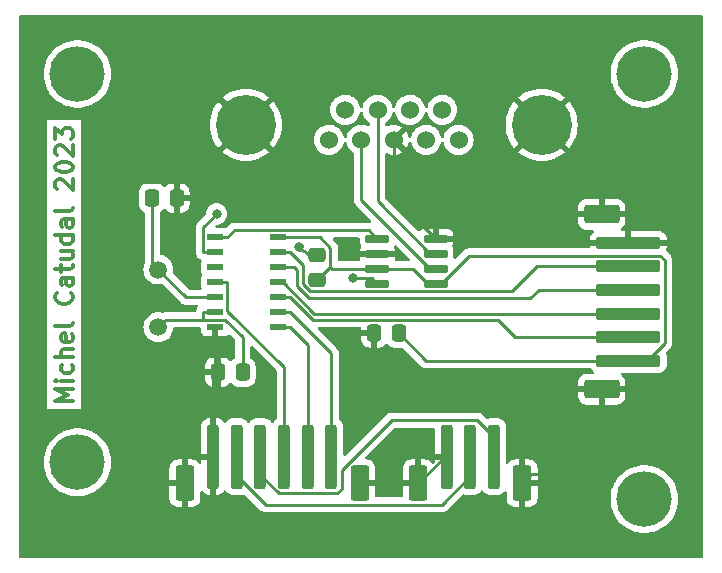
<source format=gtl>
G04 #@! TF.GenerationSoftware,KiCad,Pcbnew,8.0.6*
G04 #@! TF.CreationDate,2025-01-13T19:20:43-05:00*
G04 #@! TF.ProjectId,yy_CAN_board,79795f43-414e-45f6-926f-6172642e6b69,1.0*
G04 #@! TF.SameCoordinates,Original*
G04 #@! TF.FileFunction,Copper,L1,Top*
G04 #@! TF.FilePolarity,Positive*
%FSLAX46Y46*%
G04 Gerber Fmt 4.6, Leading zero omitted, Abs format (unit mm)*
G04 Created by KiCad (PCBNEW 8.0.6) date 2025-01-13 19:20:43*
%MOMM*%
%LPD*%
G01*
G04 APERTURE LIST*
G04 Aperture macros list*
%AMRoundRect*
0 Rectangle with rounded corners*
0 $1 Rounding radius*
0 $2 $3 $4 $5 $6 $7 $8 $9 X,Y pos of 4 corners*
0 Add a 4 corners polygon primitive as box body*
4,1,4,$2,$3,$4,$5,$6,$7,$8,$9,$2,$3,0*
0 Add four circle primitives for the rounded corners*
1,1,$1+$1,$2,$3*
1,1,$1+$1,$4,$5*
1,1,$1+$1,$6,$7*
1,1,$1+$1,$8,$9*
0 Add four rect primitives between the rounded corners*
20,1,$1+$1,$2,$3,$4,$5,0*
20,1,$1+$1,$4,$5,$6,$7,0*
20,1,$1+$1,$6,$7,$8,$9,0*
20,1,$1+$1,$8,$9,$2,$3,0*%
G04 Aperture macros list end*
%ADD10C,0.300000*%
G04 #@! TA.AperFunction,NonConductor*
%ADD11C,0.300000*%
G04 #@! TD*
G04 #@! TA.AperFunction,SMDPad,CuDef*
%ADD12RoundRect,0.250000X2.500000X-0.250000X2.500000X0.250000X-2.500000X0.250000X-2.500000X-0.250000X0*%
G04 #@! TD*
G04 #@! TA.AperFunction,SMDPad,CuDef*
%ADD13RoundRect,0.250000X1.250000X-0.550000X1.250000X0.550000X-1.250000X0.550000X-1.250000X-0.550000X0*%
G04 #@! TD*
G04 #@! TA.AperFunction,SMDPad,CuDef*
%ADD14RoundRect,0.250000X0.250000X2.500000X-0.250000X2.500000X-0.250000X-2.500000X0.250000X-2.500000X0*%
G04 #@! TD*
G04 #@! TA.AperFunction,SMDPad,CuDef*
%ADD15RoundRect,0.250000X0.550000X1.250000X-0.550000X1.250000X-0.550000X-1.250000X0.550000X-1.250000X0*%
G04 #@! TD*
G04 #@! TA.AperFunction,SMDPad,CuDef*
%ADD16RoundRect,0.250000X0.337500X0.475000X-0.337500X0.475000X-0.337500X-0.475000X0.337500X-0.475000X0*%
G04 #@! TD*
G04 #@! TA.AperFunction,ComponentPad*
%ADD17C,4.700000*%
G04 #@! TD*
G04 #@! TA.AperFunction,ComponentPad*
%ADD18C,5.080000*%
G04 #@! TD*
G04 #@! TA.AperFunction,ComponentPad*
%ADD19C,1.524000*%
G04 #@! TD*
G04 #@! TA.AperFunction,SMDPad,CuDef*
%ADD20RoundRect,0.042000X-0.943000X-0.258000X0.943000X-0.258000X0.943000X0.258000X-0.943000X0.258000X0*%
G04 #@! TD*
G04 #@! TA.AperFunction,SMDPad,CuDef*
%ADD21RoundRect,0.250000X0.475000X-0.337500X0.475000X0.337500X-0.475000X0.337500X-0.475000X-0.337500X0*%
G04 #@! TD*
G04 #@! TA.AperFunction,SMDPad,CuDef*
%ADD22RoundRect,0.250000X-0.337500X-0.475000X0.337500X-0.475000X0.337500X0.475000X-0.337500X0.475000X0*%
G04 #@! TD*
G04 #@! TA.AperFunction,ComponentPad*
%ADD23C,1.500000*%
G04 #@! TD*
G04 #@! TA.AperFunction,SMDPad,CuDef*
%ADD24R,1.397000X0.558800*%
G04 #@! TD*
G04 #@! TA.AperFunction,ViaPad*
%ADD25C,0.800000*%
G04 #@! TD*
G04 #@! TA.AperFunction,Conductor*
%ADD26C,0.250000*%
G04 #@! TD*
G04 APERTURE END LIST*
D10*
D11*
X116617928Y-119675399D02*
X115117928Y-119675399D01*
X115117928Y-119675399D02*
X116189357Y-119175399D01*
X116189357Y-119175399D02*
X115117928Y-118675399D01*
X115117928Y-118675399D02*
X116617928Y-118675399D01*
X116617928Y-117961113D02*
X115617928Y-117961113D01*
X115117928Y-117961113D02*
X115189357Y-118032541D01*
X115189357Y-118032541D02*
X115260785Y-117961113D01*
X115260785Y-117961113D02*
X115189357Y-117889684D01*
X115189357Y-117889684D02*
X115117928Y-117961113D01*
X115117928Y-117961113D02*
X115260785Y-117961113D01*
X116546500Y-116603970D02*
X116617928Y-116746827D01*
X116617928Y-116746827D02*
X116617928Y-117032541D01*
X116617928Y-117032541D02*
X116546500Y-117175398D01*
X116546500Y-117175398D02*
X116475071Y-117246827D01*
X116475071Y-117246827D02*
X116332214Y-117318255D01*
X116332214Y-117318255D02*
X115903642Y-117318255D01*
X115903642Y-117318255D02*
X115760785Y-117246827D01*
X115760785Y-117246827D02*
X115689357Y-117175398D01*
X115689357Y-117175398D02*
X115617928Y-117032541D01*
X115617928Y-117032541D02*
X115617928Y-116746827D01*
X115617928Y-116746827D02*
X115689357Y-116603970D01*
X116617928Y-115961113D02*
X115117928Y-115961113D01*
X116617928Y-115318256D02*
X115832214Y-115318256D01*
X115832214Y-115318256D02*
X115689357Y-115389684D01*
X115689357Y-115389684D02*
X115617928Y-115532541D01*
X115617928Y-115532541D02*
X115617928Y-115746827D01*
X115617928Y-115746827D02*
X115689357Y-115889684D01*
X115689357Y-115889684D02*
X115760785Y-115961113D01*
X116546500Y-114032541D02*
X116617928Y-114175398D01*
X116617928Y-114175398D02*
X116617928Y-114461113D01*
X116617928Y-114461113D02*
X116546500Y-114603970D01*
X116546500Y-114603970D02*
X116403642Y-114675398D01*
X116403642Y-114675398D02*
X115832214Y-114675398D01*
X115832214Y-114675398D02*
X115689357Y-114603970D01*
X115689357Y-114603970D02*
X115617928Y-114461113D01*
X115617928Y-114461113D02*
X115617928Y-114175398D01*
X115617928Y-114175398D02*
X115689357Y-114032541D01*
X115689357Y-114032541D02*
X115832214Y-113961113D01*
X115832214Y-113961113D02*
X115975071Y-113961113D01*
X115975071Y-113961113D02*
X116117928Y-114675398D01*
X116617928Y-113103970D02*
X116546500Y-113246827D01*
X116546500Y-113246827D02*
X116403642Y-113318256D01*
X116403642Y-113318256D02*
X115117928Y-113318256D01*
X116475071Y-110532542D02*
X116546500Y-110603970D01*
X116546500Y-110603970D02*
X116617928Y-110818256D01*
X116617928Y-110818256D02*
X116617928Y-110961113D01*
X116617928Y-110961113D02*
X116546500Y-111175399D01*
X116546500Y-111175399D02*
X116403642Y-111318256D01*
X116403642Y-111318256D02*
X116260785Y-111389685D01*
X116260785Y-111389685D02*
X115975071Y-111461113D01*
X115975071Y-111461113D02*
X115760785Y-111461113D01*
X115760785Y-111461113D02*
X115475071Y-111389685D01*
X115475071Y-111389685D02*
X115332214Y-111318256D01*
X115332214Y-111318256D02*
X115189357Y-111175399D01*
X115189357Y-111175399D02*
X115117928Y-110961113D01*
X115117928Y-110961113D02*
X115117928Y-110818256D01*
X115117928Y-110818256D02*
X115189357Y-110603970D01*
X115189357Y-110603970D02*
X115260785Y-110532542D01*
X116617928Y-109246828D02*
X115832214Y-109246828D01*
X115832214Y-109246828D02*
X115689357Y-109318256D01*
X115689357Y-109318256D02*
X115617928Y-109461113D01*
X115617928Y-109461113D02*
X115617928Y-109746828D01*
X115617928Y-109746828D02*
X115689357Y-109889685D01*
X116546500Y-109246828D02*
X116617928Y-109389685D01*
X116617928Y-109389685D02*
X116617928Y-109746828D01*
X116617928Y-109746828D02*
X116546500Y-109889685D01*
X116546500Y-109889685D02*
X116403642Y-109961113D01*
X116403642Y-109961113D02*
X116260785Y-109961113D01*
X116260785Y-109961113D02*
X116117928Y-109889685D01*
X116117928Y-109889685D02*
X116046500Y-109746828D01*
X116046500Y-109746828D02*
X116046500Y-109389685D01*
X116046500Y-109389685D02*
X115975071Y-109246828D01*
X115617928Y-108746827D02*
X115617928Y-108175399D01*
X115117928Y-108532542D02*
X116403642Y-108532542D01*
X116403642Y-108532542D02*
X116546500Y-108461113D01*
X116546500Y-108461113D02*
X116617928Y-108318256D01*
X116617928Y-108318256D02*
X116617928Y-108175399D01*
X115617928Y-107032542D02*
X116617928Y-107032542D01*
X115617928Y-107675399D02*
X116403642Y-107675399D01*
X116403642Y-107675399D02*
X116546500Y-107603970D01*
X116546500Y-107603970D02*
X116617928Y-107461113D01*
X116617928Y-107461113D02*
X116617928Y-107246827D01*
X116617928Y-107246827D02*
X116546500Y-107103970D01*
X116546500Y-107103970D02*
X116475071Y-107032542D01*
X116617928Y-105675399D02*
X115117928Y-105675399D01*
X116546500Y-105675399D02*
X116617928Y-105818256D01*
X116617928Y-105818256D02*
X116617928Y-106103970D01*
X116617928Y-106103970D02*
X116546500Y-106246827D01*
X116546500Y-106246827D02*
X116475071Y-106318256D01*
X116475071Y-106318256D02*
X116332214Y-106389684D01*
X116332214Y-106389684D02*
X115903642Y-106389684D01*
X115903642Y-106389684D02*
X115760785Y-106318256D01*
X115760785Y-106318256D02*
X115689357Y-106246827D01*
X115689357Y-106246827D02*
X115617928Y-106103970D01*
X115617928Y-106103970D02*
X115617928Y-105818256D01*
X115617928Y-105818256D02*
X115689357Y-105675399D01*
X116617928Y-104318256D02*
X115832214Y-104318256D01*
X115832214Y-104318256D02*
X115689357Y-104389684D01*
X115689357Y-104389684D02*
X115617928Y-104532541D01*
X115617928Y-104532541D02*
X115617928Y-104818256D01*
X115617928Y-104818256D02*
X115689357Y-104961113D01*
X116546500Y-104318256D02*
X116617928Y-104461113D01*
X116617928Y-104461113D02*
X116617928Y-104818256D01*
X116617928Y-104818256D02*
X116546500Y-104961113D01*
X116546500Y-104961113D02*
X116403642Y-105032541D01*
X116403642Y-105032541D02*
X116260785Y-105032541D01*
X116260785Y-105032541D02*
X116117928Y-104961113D01*
X116117928Y-104961113D02*
X116046500Y-104818256D01*
X116046500Y-104818256D02*
X116046500Y-104461113D01*
X116046500Y-104461113D02*
X115975071Y-104318256D01*
X116617928Y-103389684D02*
X116546500Y-103532541D01*
X116546500Y-103532541D02*
X116403642Y-103603970D01*
X116403642Y-103603970D02*
X115117928Y-103603970D01*
X115260785Y-101746827D02*
X115189357Y-101675399D01*
X115189357Y-101675399D02*
X115117928Y-101532542D01*
X115117928Y-101532542D02*
X115117928Y-101175399D01*
X115117928Y-101175399D02*
X115189357Y-101032542D01*
X115189357Y-101032542D02*
X115260785Y-100961113D01*
X115260785Y-100961113D02*
X115403642Y-100889684D01*
X115403642Y-100889684D02*
X115546500Y-100889684D01*
X115546500Y-100889684D02*
X115760785Y-100961113D01*
X115760785Y-100961113D02*
X116617928Y-101818256D01*
X116617928Y-101818256D02*
X116617928Y-100889684D01*
X115117928Y-99961113D02*
X115117928Y-99818256D01*
X115117928Y-99818256D02*
X115189357Y-99675399D01*
X115189357Y-99675399D02*
X115260785Y-99603971D01*
X115260785Y-99603971D02*
X115403642Y-99532542D01*
X115403642Y-99532542D02*
X115689357Y-99461113D01*
X115689357Y-99461113D02*
X116046500Y-99461113D01*
X116046500Y-99461113D02*
X116332214Y-99532542D01*
X116332214Y-99532542D02*
X116475071Y-99603971D01*
X116475071Y-99603971D02*
X116546500Y-99675399D01*
X116546500Y-99675399D02*
X116617928Y-99818256D01*
X116617928Y-99818256D02*
X116617928Y-99961113D01*
X116617928Y-99961113D02*
X116546500Y-100103971D01*
X116546500Y-100103971D02*
X116475071Y-100175399D01*
X116475071Y-100175399D02*
X116332214Y-100246828D01*
X116332214Y-100246828D02*
X116046500Y-100318256D01*
X116046500Y-100318256D02*
X115689357Y-100318256D01*
X115689357Y-100318256D02*
X115403642Y-100246828D01*
X115403642Y-100246828D02*
X115260785Y-100175399D01*
X115260785Y-100175399D02*
X115189357Y-100103971D01*
X115189357Y-100103971D02*
X115117928Y-99961113D01*
X115260785Y-98889685D02*
X115189357Y-98818257D01*
X115189357Y-98818257D02*
X115117928Y-98675400D01*
X115117928Y-98675400D02*
X115117928Y-98318257D01*
X115117928Y-98318257D02*
X115189357Y-98175400D01*
X115189357Y-98175400D02*
X115260785Y-98103971D01*
X115260785Y-98103971D02*
X115403642Y-98032542D01*
X115403642Y-98032542D02*
X115546500Y-98032542D01*
X115546500Y-98032542D02*
X115760785Y-98103971D01*
X115760785Y-98103971D02*
X116617928Y-98961114D01*
X116617928Y-98961114D02*
X116617928Y-98032542D01*
X115117928Y-97532543D02*
X115117928Y-96603971D01*
X115117928Y-96603971D02*
X115689357Y-97103971D01*
X115689357Y-97103971D02*
X115689357Y-96889686D01*
X115689357Y-96889686D02*
X115760785Y-96746829D01*
X115760785Y-96746829D02*
X115832214Y-96675400D01*
X115832214Y-96675400D02*
X115975071Y-96603971D01*
X115975071Y-96603971D02*
X116332214Y-96603971D01*
X116332214Y-96603971D02*
X116475071Y-96675400D01*
X116475071Y-96675400D02*
X116546500Y-96746829D01*
X116546500Y-96746829D02*
X116617928Y-96889686D01*
X116617928Y-96889686D02*
X116617928Y-97318257D01*
X116617928Y-97318257D02*
X116546500Y-97461114D01*
X116546500Y-97461114D02*
X116475071Y-97532543D01*
D12*
X163629600Y-116285400D03*
X163629600Y-114285400D03*
X163629600Y-112285400D03*
X163629600Y-110285400D03*
X163629600Y-108285400D03*
X163629600Y-106285400D03*
D13*
X161379600Y-118685400D03*
X161379600Y-103885400D03*
D14*
X152250000Y-124400000D03*
X150250000Y-124400000D03*
X148250000Y-124400000D03*
D15*
X154650000Y-126650000D03*
X145850000Y-126650000D03*
D14*
X138500000Y-124400000D03*
X136500000Y-124400000D03*
X134500000Y-124400000D03*
X132500000Y-124400000D03*
X130500000Y-124400000D03*
X128500000Y-124400000D03*
D15*
X140900000Y-126650000D03*
X126100000Y-126650000D03*
D16*
X144197100Y-113935400D03*
X142122100Y-113935400D03*
D17*
X117000000Y-92000000D03*
X165000000Y-92000000D03*
X165000000Y-128000000D03*
X117000000Y-124876800D03*
D18*
X156301800Y-96300000D03*
X131257400Y-96300000D03*
D19*
X147894400Y-95030000D03*
X145151200Y-95030000D03*
X142408000Y-95030000D03*
X139664800Y-95030000D03*
X149266000Y-97570000D03*
X146522800Y-97570000D03*
X143779600Y-97570000D03*
X141036400Y-97570000D03*
X138293200Y-97570000D03*
D20*
X142404600Y-105960400D03*
X142404600Y-107230400D03*
X142404600Y-108500400D03*
X142404600Y-109770400D03*
X147344600Y-109770400D03*
X147344600Y-108500400D03*
X147344600Y-107230400D03*
X147344600Y-105960400D03*
D21*
X137310600Y-109418400D03*
X137310600Y-107343400D03*
D22*
X123319100Y-102517400D03*
X125394100Y-102517400D03*
D23*
X123848600Y-108559400D03*
X123848600Y-113439400D03*
D24*
X128674600Y-105819400D03*
X128674600Y-107089400D03*
X128674600Y-108359400D03*
X128674600Y-109629400D03*
X128674600Y-110899400D03*
X128674600Y-112169400D03*
X128674600Y-113439400D03*
X133983200Y-113439400D03*
X133983200Y-112169400D03*
X133983200Y-110899400D03*
X133983200Y-109629400D03*
X133983200Y-108359400D03*
X133983200Y-107089400D03*
X133983200Y-105819400D03*
D16*
X130982100Y-117249400D03*
X128907100Y-117249400D03*
D25*
X139979600Y-106795400D03*
X158009600Y-125855400D03*
X135729600Y-106615400D03*
X145069600Y-122525400D03*
X140339400Y-109312700D03*
X128780800Y-103863500D03*
D26*
X147344600Y-105960400D02*
X143779600Y-102395400D01*
X143779600Y-102395400D02*
X143779600Y-97570000D01*
X147344600Y-107230400D02*
X146864200Y-107230400D01*
X146864200Y-107230400D02*
X142408000Y-102774200D01*
X142408000Y-102774200D02*
X142408000Y-95030000D01*
X147344600Y-108500400D02*
X146883700Y-108500400D01*
X146883700Y-108500400D02*
X141036400Y-102653100D01*
X141036400Y-102653100D02*
X141036400Y-97570000D01*
X138593200Y-108500400D02*
X138410900Y-108318100D01*
X145389600Y-108500400D02*
X142404600Y-108500400D01*
X166354600Y-107404500D02*
X166729100Y-107779000D01*
X165237300Y-116285400D02*
X163629600Y-116285400D01*
X163629600Y-116285400D02*
X146547100Y-116285400D01*
X137499700Y-105819400D02*
X138410900Y-106730600D01*
X142404600Y-108500400D02*
X138593200Y-108500400D01*
X147344600Y-109770400D02*
X147797500Y-109770400D01*
X147344600Y-109770400D02*
X146659600Y-109770400D01*
X166729100Y-114793600D02*
X165237300Y-116285400D01*
X138410900Y-106730600D02*
X138410900Y-108318100D01*
X150163400Y-107404500D02*
X166354600Y-107404500D01*
X138410900Y-108318100D02*
X137310600Y-109418400D01*
X133983200Y-105819400D02*
X137499700Y-105819400D01*
X166729100Y-107779000D02*
X166729100Y-114793600D01*
X146547100Y-116285400D02*
X144197100Y-113935400D01*
X147797500Y-109770400D02*
X150163400Y-107404500D01*
X146659600Y-109770400D02*
X145389600Y-108500400D01*
X145850000Y-126650000D02*
X148100000Y-124400000D01*
X140414600Y-107230400D02*
X142404600Y-107230400D01*
X128907100Y-117249400D02*
X128500000Y-117656500D01*
X128674600Y-117016900D02*
X128907100Y-117249400D01*
X140900000Y-126650000D02*
X145850000Y-126650000D01*
X135729600Y-106615400D02*
X135889600Y-106625400D01*
X146894200Y-124400000D02*
X145069600Y-122525400D01*
X148250000Y-124400000D02*
X146894200Y-124400000D01*
X128500000Y-117656500D02*
X128500000Y-124400000D01*
X137310600Y-107343400D02*
X136607600Y-107343400D01*
X158009600Y-125855400D02*
X155444600Y-125855400D01*
X155444600Y-125855400D02*
X154650000Y-126650000D01*
X145069600Y-122525400D02*
X145179600Y-122685400D01*
X128674600Y-113439400D02*
X128674600Y-117016900D01*
X139979600Y-106795400D02*
X140414600Y-107230400D01*
X148100000Y-124400000D02*
X148250000Y-124400000D01*
X136607600Y-107343400D02*
X135729600Y-106615400D01*
X127649200Y-112169400D02*
X127649200Y-112764400D01*
X124480400Y-112807600D02*
X123848600Y-113439400D01*
X127606000Y-112807600D02*
X124480400Y-112807600D01*
X130982100Y-114254500D02*
X130982100Y-117249400D01*
X127606000Y-112807600D02*
X129535200Y-112807600D01*
X127649200Y-112764400D02*
X127606000Y-112807600D01*
X128674600Y-112169400D02*
X127649200Y-112169400D01*
X129535200Y-112807600D02*
X130982100Y-114254500D01*
X126188600Y-110899400D02*
X123848600Y-108559400D01*
X128674600Y-110899400D02*
X126188600Y-110899400D01*
X123319100Y-102517400D02*
X123319100Y-108029900D01*
X123319100Y-108029900D02*
X123848600Y-108559400D01*
X154054900Y-114285400D02*
X163629600Y-114285400D01*
X133983200Y-110899400D02*
X135008600Y-110899400D01*
X135008600Y-110899400D02*
X136919000Y-112809800D01*
X136919000Y-112809800D02*
X152579300Y-112809800D01*
X152579300Y-112809800D02*
X154054900Y-114285400D01*
X137058300Y-112285400D02*
X163629600Y-112285400D01*
X134402300Y-109629400D02*
X137058300Y-112285400D01*
X133983200Y-109629400D02*
X134402300Y-109629400D01*
X138500000Y-115660800D02*
X138500000Y-124400000D01*
X135008600Y-112169400D02*
X138500000Y-115660800D01*
X133983200Y-112169400D02*
X135008600Y-112169400D01*
X135008600Y-107089400D02*
X136069600Y-108150400D01*
X155880700Y-108285400D02*
X163629600Y-108285400D01*
X136669800Y-110408400D02*
X153757700Y-110408400D01*
X136069600Y-109808200D02*
X136669800Y-110408400D01*
X133983200Y-107089400D02*
X135008600Y-107089400D01*
X136069600Y-108150400D02*
X136069600Y-109808200D01*
X153757700Y-110408400D02*
X155880700Y-108285400D01*
X135008600Y-113439400D02*
X136500000Y-114930800D01*
X133983200Y-113439400D02*
X135008600Y-113439400D01*
X136500000Y-114930800D02*
X136500000Y-124400000D01*
X129700000Y-112047600D02*
X129700000Y-109629400D01*
X128674600Y-109629400D02*
X129700000Y-109629400D01*
X134500000Y-124400000D02*
X134500000Y-116847600D01*
X134500000Y-116847600D02*
X129700000Y-112047600D01*
X138992300Y-127500900D02*
X139390700Y-127102500D01*
X134033700Y-127500900D02*
X138992300Y-127500900D01*
X150808500Y-121311000D02*
X152250000Y-122752500D01*
X139390700Y-127102500D02*
X139390700Y-125535800D01*
X143615500Y-121311000D02*
X150808500Y-121311000D01*
X132500000Y-124400000D02*
X132500000Y-125967200D01*
X132500000Y-125967200D02*
X134033700Y-127500900D01*
X152250000Y-122752500D02*
X152250000Y-124400000D01*
X139390700Y-125535800D02*
X143615500Y-121311000D01*
X130500000Y-124400000D02*
X130500000Y-126034300D01*
X150250000Y-126063100D02*
X150250000Y-124400000D01*
X132948300Y-128482600D02*
X147830500Y-128482600D01*
X130500000Y-126034300D02*
X132948300Y-128482600D01*
X147830500Y-128482600D02*
X150250000Y-126063100D01*
X129700000Y-105819400D02*
X130306400Y-105213000D01*
X130306400Y-105213000D02*
X141657200Y-105213000D01*
X141657200Y-105213000D02*
X142404600Y-105960400D01*
X128674600Y-105819400D02*
X129700000Y-105819400D01*
X140339400Y-109312700D02*
X141946900Y-109312700D01*
X141946900Y-109312700D02*
X142404600Y-109770400D01*
X128674600Y-107089400D02*
X127649200Y-107089400D01*
X127649200Y-104995100D02*
X128780800Y-103863500D01*
X127649200Y-107089400D02*
X127649200Y-104995100D01*
X133983200Y-108359400D02*
X135323600Y-108359400D01*
X155349600Y-110965400D02*
X156049600Y-110265400D01*
X135549600Y-108585400D02*
X135549600Y-109924596D01*
X136590404Y-110965400D02*
X155349600Y-110965400D01*
X163609600Y-110265400D02*
X163629600Y-110285400D01*
X135323600Y-108359400D02*
X135549600Y-108585400D01*
X135549600Y-109924596D02*
X136590404Y-110965400D01*
X156049600Y-110265400D02*
X163609600Y-110265400D01*
G04 #@! TA.AperFunction,Conductor*
G36*
X147184121Y-121964502D02*
G01*
X147230614Y-122018158D01*
X147242000Y-122070500D01*
X147242000Y-124146000D01*
X148378000Y-124146000D01*
X148446121Y-124166002D01*
X148492614Y-124219658D01*
X148504000Y-124272000D01*
X148504000Y-124528000D01*
X148483998Y-124596121D01*
X148430342Y-124642614D01*
X148378000Y-124654000D01*
X147242000Y-124654000D01*
X147242000Y-124876928D01*
X147221998Y-124945049D01*
X147168342Y-124991542D01*
X147098068Y-125001646D01*
X147033488Y-124972152D01*
X147008760Y-124943075D01*
X146998638Y-124926666D01*
X146998629Y-124926654D01*
X146873345Y-124801370D01*
X146873339Y-124801365D01*
X146722525Y-124708342D01*
X146554321Y-124652606D01*
X146554318Y-124652605D01*
X146450516Y-124642000D01*
X146104000Y-124642000D01*
X146104000Y-126778000D01*
X146083998Y-126846121D01*
X146030342Y-126892614D01*
X145978000Y-126904000D01*
X144542000Y-126904000D01*
X144542000Y-127723100D01*
X144521998Y-127791221D01*
X144468342Y-127837714D01*
X144416000Y-127849100D01*
X142334000Y-127849100D01*
X142265879Y-127829098D01*
X142219386Y-127775442D01*
X142208000Y-127723100D01*
X142208000Y-126904000D01*
X140772000Y-126904000D01*
X140703879Y-126883998D01*
X140657386Y-126830342D01*
X140646000Y-126778000D01*
X140646000Y-126522000D01*
X140666002Y-126453879D01*
X140719658Y-126407386D01*
X140772000Y-126396000D01*
X142208000Y-126396000D01*
X142208000Y-125349483D01*
X144542000Y-125349483D01*
X144542000Y-126396000D01*
X145596000Y-126396000D01*
X145596000Y-124642000D01*
X145249483Y-124642000D01*
X145145681Y-124652605D01*
X145145678Y-124652606D01*
X144977474Y-124708342D01*
X144826660Y-124801365D01*
X144826654Y-124801370D01*
X144701370Y-124926654D01*
X144701365Y-124926660D01*
X144608342Y-125077474D01*
X144552606Y-125245678D01*
X144552605Y-125245681D01*
X144542000Y-125349483D01*
X142208000Y-125349483D01*
X142197394Y-125245681D01*
X142197393Y-125245678D01*
X142141657Y-125077474D01*
X142048634Y-124926660D01*
X142048629Y-124926654D01*
X141923345Y-124801370D01*
X141923339Y-124801365D01*
X141772525Y-124708342D01*
X141604321Y-124652606D01*
X141604318Y-124652605D01*
X141500516Y-124642000D01*
X141484594Y-124642000D01*
X141416473Y-124621998D01*
X141369980Y-124568342D01*
X141359876Y-124498068D01*
X141389370Y-124433488D01*
X141395499Y-124426905D01*
X143840999Y-121981405D01*
X143903311Y-121947379D01*
X143930094Y-121944500D01*
X147116000Y-121944500D01*
X147184121Y-121964502D01*
G37*
G04 #@! TD.AperFunction*
G04 #@! TA.AperFunction,Conductor*
G36*
X140853221Y-105866502D02*
G01*
X140899714Y-105920158D01*
X140911100Y-105972500D01*
X140911100Y-106261505D01*
X140921722Y-106349964D01*
X140977238Y-106490741D01*
X140977241Y-106490745D01*
X140999182Y-106519679D01*
X141024406Y-106586044D01*
X141009745Y-106655511D01*
X140999185Y-106671944D01*
X140977680Y-106700304D01*
X140977678Y-106700306D01*
X140922214Y-106840952D01*
X140922213Y-106840958D01*
X140911600Y-106929337D01*
X140911600Y-106976400D01*
X143897600Y-106976400D01*
X143897600Y-106929343D01*
X143897599Y-106929337D01*
X143886986Y-106840958D01*
X143886985Y-106840952D01*
X143831521Y-106700306D01*
X143831518Y-106700302D01*
X143826942Y-106694267D01*
X143801718Y-106627902D01*
X143816378Y-106558436D01*
X143866268Y-106507923D01*
X143935547Y-106492401D01*
X144002220Y-106516798D01*
X144016434Y-106529038D01*
X145139201Y-107651805D01*
X145173227Y-107714117D01*
X145168162Y-107784932D01*
X145125615Y-107841768D01*
X145059095Y-107866579D01*
X145050106Y-107866900D01*
X143974692Y-107866900D01*
X143906571Y-107846898D01*
X143860078Y-107793242D01*
X143849974Y-107722968D01*
X143857477Y-107694677D01*
X143886984Y-107619850D01*
X143886986Y-107619841D01*
X143897599Y-107531462D01*
X143897600Y-107531457D01*
X143897600Y-107484400D01*
X140911600Y-107484400D01*
X140911600Y-107531462D01*
X140922213Y-107619841D01*
X140922214Y-107619846D01*
X140951724Y-107694676D01*
X140958107Y-107765385D01*
X140925249Y-107828320D01*
X140863581Y-107863500D01*
X140834509Y-107866900D01*
X139170400Y-107866900D01*
X139102279Y-107846898D01*
X139055786Y-107793242D01*
X139044400Y-107740900D01*
X139044400Y-106668207D01*
X139044399Y-106668203D01*
X139044358Y-106667996D01*
X139020055Y-106545815D01*
X138972300Y-106430525D01*
X138902971Y-106326767D01*
X138814733Y-106238529D01*
X138637799Y-106061595D01*
X138603773Y-105999283D01*
X138608838Y-105928468D01*
X138651385Y-105871632D01*
X138717905Y-105846821D01*
X138726894Y-105846500D01*
X140785100Y-105846500D01*
X140853221Y-105866502D01*
G37*
G04 #@! TD.AperFunction*
G04 #@! TA.AperFunction,Conductor*
G36*
X136128463Y-106472902D02*
G01*
X136174956Y-106526558D01*
X136185060Y-106596832D01*
X136167583Y-106645046D01*
X136143943Y-106683372D01*
X136088206Y-106851578D01*
X136088205Y-106851581D01*
X136077600Y-106955383D01*
X136077600Y-106958304D01*
X136057598Y-107026425D01*
X136003942Y-107072918D01*
X135933668Y-107083022D01*
X135869088Y-107053528D01*
X135862505Y-107047400D01*
X135584004Y-106768900D01*
X135483097Y-106667993D01*
X135449074Y-106605684D01*
X135454138Y-106534868D01*
X135496685Y-106478032D01*
X135563205Y-106453221D01*
X135572194Y-106452900D01*
X136060342Y-106452900D01*
X136128463Y-106472902D01*
G37*
G04 #@! TD.AperFunction*
G04 #@! TA.AperFunction,Conductor*
G36*
X169916621Y-87045502D02*
G01*
X169963114Y-87099158D01*
X169974500Y-87151500D01*
X169974500Y-132848500D01*
X169954498Y-132916621D01*
X169900842Y-132963114D01*
X169848500Y-132974500D01*
X125330639Y-132974500D01*
X112151244Y-132947727D01*
X112083164Y-132927586D01*
X112036780Y-132873836D01*
X112025500Y-132821727D01*
X112025500Y-127950516D01*
X124792000Y-127950516D01*
X124802605Y-128054318D01*
X124802606Y-128054321D01*
X124858342Y-128222525D01*
X124951365Y-128373339D01*
X124951370Y-128373345D01*
X125076654Y-128498629D01*
X125076660Y-128498634D01*
X125227474Y-128591657D01*
X125395678Y-128647393D01*
X125395681Y-128647394D01*
X125499483Y-128657999D01*
X125499483Y-128658000D01*
X125846000Y-128658000D01*
X126354000Y-128658000D01*
X126700517Y-128658000D01*
X126700516Y-128657999D01*
X126804318Y-128647394D01*
X126804321Y-128647393D01*
X126972525Y-128591657D01*
X127123339Y-128498634D01*
X127123345Y-128498629D01*
X127248629Y-128373345D01*
X127248634Y-128373339D01*
X127341657Y-128222525D01*
X127397393Y-128054321D01*
X127397394Y-128054318D01*
X127407999Y-127950516D01*
X127408000Y-127950516D01*
X127408000Y-127423071D01*
X127428002Y-127354950D01*
X127481658Y-127308457D01*
X127551932Y-127298353D01*
X127616512Y-127327847D01*
X127641242Y-127356926D01*
X127651365Y-127373339D01*
X127651370Y-127373345D01*
X127776654Y-127498629D01*
X127776660Y-127498634D01*
X127927474Y-127591657D01*
X128095678Y-127647393D01*
X128095681Y-127647394D01*
X128199483Y-127657999D01*
X128199483Y-127658000D01*
X128246000Y-127658000D01*
X128246000Y-124654000D01*
X127492000Y-124654000D01*
X127492000Y-124876928D01*
X127471998Y-124945049D01*
X127418342Y-124991542D01*
X127348068Y-125001646D01*
X127283488Y-124972152D01*
X127258760Y-124943075D01*
X127248638Y-124926666D01*
X127248629Y-124926654D01*
X127123345Y-124801370D01*
X127123339Y-124801365D01*
X126972525Y-124708342D01*
X126804321Y-124652606D01*
X126804318Y-124652605D01*
X126700516Y-124642000D01*
X126354000Y-124642000D01*
X126354000Y-128658000D01*
X125846000Y-128658000D01*
X125846000Y-126904000D01*
X124792000Y-126904000D01*
X124792000Y-127950516D01*
X112025500Y-127950516D01*
X112025500Y-124876800D01*
X114136656Y-124876800D01*
X114156016Y-125209203D01*
X114156016Y-125209209D01*
X114162447Y-125245681D01*
X114213838Y-125537133D01*
X114309337Y-125856121D01*
X114309339Y-125856127D01*
X114309340Y-125856128D01*
X114441220Y-126161863D01*
X114441223Y-126161868D01*
X114594047Y-126426567D01*
X114607711Y-126450233D01*
X114806551Y-126717322D01*
X114971930Y-126892614D01*
X115035057Y-126959524D01*
X115107930Y-127020671D01*
X115279808Y-127164894D01*
X115290134Y-127173558D01*
X115565927Y-127354950D01*
X115568328Y-127356529D01*
X115865887Y-127505969D01*
X116009102Y-127558095D01*
X116178775Y-127619851D01*
X116178776Y-127619851D01*
X116178784Y-127619854D01*
X116502786Y-127696643D01*
X116691771Y-127718732D01*
X116833508Y-127735300D01*
X116833511Y-127735300D01*
X117166492Y-127735300D01*
X117290510Y-127720803D01*
X117497214Y-127696643D01*
X117821216Y-127619854D01*
X118134113Y-127505969D01*
X118431672Y-127356529D01*
X118709870Y-127173555D01*
X118964946Y-126959521D01*
X119193449Y-126717322D01*
X119392289Y-126450233D01*
X119558778Y-126161866D01*
X119690663Y-125856121D01*
X119786162Y-125537133D01*
X119819250Y-125349483D01*
X124792000Y-125349483D01*
X124792000Y-126396000D01*
X125846000Y-126396000D01*
X125846000Y-124642000D01*
X125499483Y-124642000D01*
X125395681Y-124652605D01*
X125395678Y-124652606D01*
X125227474Y-124708342D01*
X125076660Y-124801365D01*
X125076654Y-124801370D01*
X124951370Y-124926654D01*
X124951365Y-124926660D01*
X124858342Y-125077474D01*
X124802606Y-125245678D01*
X124802605Y-125245681D01*
X124792000Y-125349483D01*
X119819250Y-125349483D01*
X119843983Y-125209214D01*
X119863344Y-124876800D01*
X119843983Y-124544386D01*
X119786162Y-124216467D01*
X119690663Y-123897479D01*
X119558778Y-123591734D01*
X119392289Y-123303367D01*
X119193449Y-123036278D01*
X118964946Y-122794079D01*
X118964944Y-122794078D01*
X118964942Y-122794075D01*
X118709865Y-122580041D01*
X118431679Y-122397075D01*
X118431675Y-122397073D01*
X118431672Y-122397071D01*
X118134113Y-122247631D01*
X118134108Y-122247629D01*
X118134103Y-122247627D01*
X117821224Y-122133748D01*
X117821217Y-122133746D01*
X117821216Y-122133746D01*
X117639258Y-122090621D01*
X117497219Y-122056958D01*
X117497209Y-122056956D01*
X117166492Y-122018300D01*
X117166489Y-122018300D01*
X116833511Y-122018300D01*
X116833508Y-122018300D01*
X116502790Y-122056956D01*
X116502780Y-122056958D01*
X116178784Y-122133746D01*
X116178775Y-122133748D01*
X115865896Y-122247627D01*
X115865891Y-122247629D01*
X115568320Y-122397075D01*
X115290134Y-122580041D01*
X115035057Y-122794075D01*
X114806552Y-123036276D01*
X114607714Y-123303362D01*
X114607704Y-123303378D01*
X114441223Y-123591731D01*
X114441220Y-123591736D01*
X114309340Y-123897471D01*
X114309338Y-123897477D01*
X114213838Y-124216466D01*
X114156016Y-124544390D01*
X114156016Y-124544396D01*
X114136656Y-124876800D01*
X112025500Y-124876800D01*
X112025500Y-121849483D01*
X127492000Y-121849483D01*
X127492000Y-124146000D01*
X128246000Y-124146000D01*
X128246000Y-121142000D01*
X128199483Y-121142000D01*
X128095681Y-121152605D01*
X128095678Y-121152606D01*
X127927474Y-121208342D01*
X127776660Y-121301365D01*
X127776654Y-121301370D01*
X127651370Y-121426654D01*
X127651365Y-121426660D01*
X127558342Y-121577474D01*
X127502606Y-121745678D01*
X127502605Y-121745681D01*
X127492000Y-121849483D01*
X112025500Y-121849483D01*
X112025500Y-120340060D01*
X114452703Y-120340060D01*
X117283153Y-120340060D01*
X117283153Y-117774916D01*
X127811600Y-117774916D01*
X127822205Y-117878718D01*
X127822206Y-117878721D01*
X127877942Y-118046925D01*
X127970965Y-118197739D01*
X127970970Y-118197745D01*
X128096254Y-118323029D01*
X128096260Y-118323034D01*
X128247074Y-118416057D01*
X128415278Y-118471793D01*
X128415281Y-118471794D01*
X128519083Y-118482399D01*
X128519083Y-118482400D01*
X128653100Y-118482400D01*
X128653100Y-117503400D01*
X127811600Y-117503400D01*
X127811600Y-117774916D01*
X117283153Y-117774916D01*
X117283153Y-116723883D01*
X127811600Y-116723883D01*
X127811600Y-116995400D01*
X128653100Y-116995400D01*
X128653100Y-116016400D01*
X128519083Y-116016400D01*
X128415281Y-116027005D01*
X128415278Y-116027006D01*
X128247074Y-116082742D01*
X128096260Y-116175765D01*
X128096254Y-116175770D01*
X127970970Y-116301054D01*
X127970965Y-116301060D01*
X127877942Y-116451874D01*
X127822206Y-116620078D01*
X127822205Y-116620081D01*
X127811600Y-116723883D01*
X117283153Y-116723883D01*
X117283153Y-101991846D01*
X122223100Y-101991846D01*
X122223100Y-103042944D01*
X122233712Y-103146825D01*
X122289485Y-103315138D01*
X122382570Y-103466052D01*
X122382575Y-103466058D01*
X122507941Y-103591424D01*
X122507947Y-103591429D01*
X122507948Y-103591430D01*
X122625747Y-103664089D01*
X122673225Y-103716875D01*
X122685600Y-103771330D01*
X122685600Y-108047664D01*
X122673795Y-108100913D01*
X122661483Y-108127316D01*
X122661479Y-108127326D01*
X122629543Y-108246512D01*
X122604485Y-108340029D01*
X122585293Y-108559400D01*
X122604485Y-108778771D01*
X122632951Y-108885007D01*
X122661479Y-108991473D01*
X122661481Y-108991479D01*
X122737220Y-109153902D01*
X122754544Y-109191054D01*
X122880851Y-109371438D01*
X122880854Y-109371442D01*
X123036557Y-109527145D01*
X123036561Y-109527148D01*
X123036562Y-109527149D01*
X123216946Y-109653456D01*
X123416524Y-109746520D01*
X123629229Y-109803515D01*
X123848600Y-109822707D01*
X124067971Y-109803515D01*
X124099314Y-109795116D01*
X124170288Y-109796802D01*
X124221020Y-109827724D01*
X125784767Y-111391472D01*
X125888525Y-111460801D01*
X125970047Y-111494568D01*
X126003815Y-111508555D01*
X126126206Y-111532900D01*
X127085606Y-111532900D01*
X127153727Y-111552902D01*
X127200220Y-111606558D01*
X127210324Y-111676832D01*
X127180830Y-111741412D01*
X127174701Y-111747995D01*
X127157131Y-111765564D01*
X127157126Y-111765571D01*
X127087801Y-111869323D01*
X127040046Y-111984611D01*
X127022527Y-112072683D01*
X126989619Y-112135592D01*
X126927923Y-112170723D01*
X126898948Y-112174100D01*
X124418003Y-112174100D01*
X124295614Y-112198445D01*
X124295604Y-112198448D01*
X124250343Y-112217196D01*
X124179753Y-112224785D01*
X124169518Y-112222494D01*
X124067971Y-112195285D01*
X123848600Y-112176093D01*
X123629229Y-112195285D01*
X123416526Y-112252279D01*
X123416520Y-112252281D01*
X123216946Y-112345344D01*
X123036565Y-112471648D01*
X123036559Y-112471653D01*
X122880853Y-112627359D01*
X122880848Y-112627365D01*
X122754544Y-112807746D01*
X122661481Y-113007320D01*
X122661479Y-113007326D01*
X122615704Y-113178159D01*
X122604485Y-113220029D01*
X122585293Y-113439400D01*
X122598647Y-113592046D01*
X122604485Y-113658770D01*
X122661479Y-113871473D01*
X122661481Y-113871479D01*
X122704981Y-113964765D01*
X122754544Y-114071054D01*
X122863599Y-114226800D01*
X122880851Y-114251438D01*
X122880854Y-114251442D01*
X123036557Y-114407145D01*
X123036561Y-114407148D01*
X123036562Y-114407149D01*
X123216946Y-114533456D01*
X123416524Y-114626520D01*
X123629229Y-114683515D01*
X123848600Y-114702707D01*
X124067971Y-114683515D01*
X124280676Y-114626520D01*
X124480254Y-114533456D01*
X124660638Y-114407149D01*
X124816349Y-114251438D01*
X124942656Y-114071054D01*
X125035720Y-113871476D01*
X125092715Y-113658771D01*
X125101695Y-113556117D01*
X125127558Y-113490001D01*
X125185062Y-113448361D01*
X125227216Y-113441100D01*
X127342100Y-113441100D01*
X127410221Y-113461102D01*
X127456714Y-113514758D01*
X127468100Y-113567100D01*
X127468100Y-113767397D01*
X127474605Y-113827893D01*
X127525655Y-113964764D01*
X127525655Y-113964765D01*
X127613195Y-114081704D01*
X127730134Y-114169244D01*
X127867006Y-114220294D01*
X127927502Y-114226799D01*
X127927515Y-114226800D01*
X128420600Y-114226800D01*
X128420600Y-113567100D01*
X128440602Y-113498979D01*
X128494258Y-113452486D01*
X128546600Y-113441100D01*
X128802600Y-113441100D01*
X128870721Y-113461102D01*
X128917214Y-113514758D01*
X128928600Y-113567100D01*
X128928600Y-114226800D01*
X129421685Y-114226800D01*
X129421697Y-114226799D01*
X129482193Y-114220294D01*
X129619064Y-114169244D01*
X129619065Y-114169244D01*
X129743218Y-114076304D01*
X129744090Y-114077470D01*
X129797908Y-114048078D01*
X129868725Y-114053137D01*
X129913797Y-114082101D01*
X130311695Y-114479999D01*
X130345721Y-114542311D01*
X130348600Y-114569094D01*
X130348600Y-115995470D01*
X130328598Y-116063591D01*
X130288748Y-116102709D01*
X130242769Y-116131069D01*
X130170947Y-116175370D01*
X130170941Y-116175375D01*
X130045571Y-116300745D01*
X130043111Y-116303857D01*
X130040881Y-116305435D01*
X130040380Y-116305937D01*
X130040294Y-116305851D01*
X129985168Y-116344883D01*
X129914243Y-116348071D01*
X129852854Y-116312408D01*
X129845437Y-116303846D01*
X129843232Y-116301057D01*
X129717945Y-116175770D01*
X129717939Y-116175765D01*
X129567125Y-116082742D01*
X129398921Y-116027006D01*
X129398918Y-116027005D01*
X129295116Y-116016400D01*
X129161100Y-116016400D01*
X129161100Y-118482400D01*
X129295117Y-118482400D01*
X129295116Y-118482399D01*
X129398918Y-118471794D01*
X129398921Y-118471793D01*
X129567125Y-118416057D01*
X129717939Y-118323034D01*
X129717945Y-118323029D01*
X129843224Y-118197750D01*
X129845432Y-118194958D01*
X129847437Y-118193537D01*
X129848425Y-118192550D01*
X129848593Y-118192718D01*
X129903368Y-118153922D01*
X129974293Y-118150723D01*
X130035688Y-118186376D01*
X130043115Y-118194947D01*
X130045574Y-118198057D01*
X130170941Y-118323424D01*
X130170947Y-118323429D01*
X130170948Y-118323430D01*
X130321862Y-118416515D01*
X130490174Y-118472287D01*
X130594055Y-118482900D01*
X131370144Y-118482899D01*
X131474026Y-118472287D01*
X131642338Y-118416515D01*
X131793252Y-118323430D01*
X131918630Y-118198052D01*
X132011715Y-118047138D01*
X132067487Y-117878826D01*
X132078100Y-117774945D01*
X132078099Y-116723856D01*
X132067487Y-116619974D01*
X132011715Y-116451662D01*
X131918630Y-116300748D01*
X131918627Y-116300745D01*
X131918624Y-116300741D01*
X131793258Y-116175375D01*
X131793252Y-116175370D01*
X131675452Y-116102710D01*
X131627975Y-116049925D01*
X131615600Y-115995470D01*
X131615600Y-115163294D01*
X131635602Y-115095173D01*
X131689258Y-115048680D01*
X131759532Y-115038576D01*
X131824112Y-115068070D01*
X131830695Y-115074199D01*
X133829595Y-117073099D01*
X133863621Y-117135411D01*
X133866500Y-117162194D01*
X133866500Y-121175040D01*
X133846498Y-121243161D01*
X133806649Y-121282280D01*
X133776346Y-121300971D01*
X133776341Y-121300975D01*
X133650975Y-121426341D01*
X133650970Y-121426347D01*
X133607241Y-121497244D01*
X133554455Y-121544722D01*
X133484380Y-121556125D01*
X133419264Y-121527832D01*
X133392759Y-121497244D01*
X133349222Y-121426660D01*
X133349030Y-121426348D01*
X133349029Y-121426347D01*
X133349024Y-121426341D01*
X133223658Y-121300975D01*
X133223652Y-121300970D01*
X133129929Y-121243161D01*
X133072738Y-121207885D01*
X132988582Y-121179999D01*
X132904427Y-121152113D01*
X132904420Y-121152112D01*
X132800553Y-121141500D01*
X132199455Y-121141500D01*
X132095574Y-121152112D01*
X131927261Y-121207885D01*
X131776347Y-121300970D01*
X131776341Y-121300975D01*
X131650975Y-121426341D01*
X131650970Y-121426347D01*
X131607241Y-121497244D01*
X131554455Y-121544722D01*
X131484380Y-121556125D01*
X131419264Y-121527832D01*
X131392759Y-121497244D01*
X131349222Y-121426660D01*
X131349030Y-121426348D01*
X131349029Y-121426347D01*
X131349024Y-121426341D01*
X131223658Y-121300975D01*
X131223652Y-121300970D01*
X131129929Y-121243161D01*
X131072738Y-121207885D01*
X130988582Y-121179999D01*
X130904427Y-121152113D01*
X130904420Y-121152112D01*
X130800553Y-121141500D01*
X130199455Y-121141500D01*
X130095574Y-121152112D01*
X129927261Y-121207885D01*
X129776347Y-121300970D01*
X129776341Y-121300975D01*
X129650975Y-121426341D01*
X129650968Y-121426350D01*
X129606945Y-121497722D01*
X129554159Y-121545200D01*
X129484084Y-121556602D01*
X129418968Y-121528309D01*
X129392464Y-121497720D01*
X129348636Y-121426663D01*
X129348629Y-121426654D01*
X129223345Y-121301370D01*
X129223339Y-121301365D01*
X129072525Y-121208342D01*
X128904321Y-121152606D01*
X128904318Y-121152605D01*
X128800516Y-121142000D01*
X128754000Y-121142000D01*
X128754000Y-127658000D01*
X128800517Y-127658000D01*
X128800516Y-127657999D01*
X128904318Y-127647394D01*
X128904321Y-127647393D01*
X129072525Y-127591657D01*
X129223339Y-127498634D01*
X129223345Y-127498629D01*
X129348629Y-127373345D01*
X129348634Y-127373338D01*
X129392463Y-127302280D01*
X129445248Y-127254801D01*
X129515323Y-127243397D01*
X129580439Y-127271688D01*
X129606946Y-127302278D01*
X129650970Y-127373652D01*
X129650975Y-127373658D01*
X129776341Y-127499024D01*
X129776347Y-127499029D01*
X129776348Y-127499030D01*
X129927262Y-127592115D01*
X130095574Y-127647887D01*
X130199455Y-127658500D01*
X130800544Y-127658499D01*
X130904426Y-127647887D01*
X130904429Y-127647886D01*
X130904431Y-127647886D01*
X130996821Y-127617271D01*
X131065945Y-127594365D01*
X131136897Y-127591925D01*
X131194671Y-127624875D01*
X132544467Y-128974671D01*
X132648225Y-129044000D01*
X132763515Y-129091755D01*
X132885906Y-129116100D01*
X132885907Y-129116100D01*
X147892893Y-129116100D01*
X147892894Y-129116100D01*
X148015285Y-129091755D01*
X148130575Y-129044000D01*
X148234333Y-128974671D01*
X149576962Y-127632041D01*
X149639272Y-127598018D01*
X149705683Y-127601532D01*
X149845574Y-127647887D01*
X149949455Y-127658500D01*
X150550544Y-127658499D01*
X150654426Y-127647887D01*
X150822738Y-127592115D01*
X150973652Y-127499030D01*
X151099030Y-127373652D01*
X151142760Y-127302753D01*
X151195545Y-127255277D01*
X151265619Y-127243874D01*
X151330735Y-127272166D01*
X151357238Y-127302751D01*
X151400776Y-127373338D01*
X151400970Y-127373652D01*
X151400975Y-127373658D01*
X151526341Y-127499024D01*
X151526347Y-127499029D01*
X151526348Y-127499030D01*
X151677262Y-127592115D01*
X151845574Y-127647887D01*
X151949455Y-127658500D01*
X152550544Y-127658499D01*
X152654426Y-127647887D01*
X152822738Y-127592115D01*
X152973652Y-127499030D01*
X153099030Y-127373652D01*
X153108760Y-127357876D01*
X153161545Y-127310400D01*
X153231620Y-127298997D01*
X153296735Y-127327289D01*
X153336218Y-127386294D01*
X153342000Y-127424025D01*
X153342000Y-127950516D01*
X153352605Y-128054318D01*
X153352606Y-128054321D01*
X153408342Y-128222525D01*
X153501365Y-128373339D01*
X153501370Y-128373345D01*
X153626654Y-128498629D01*
X153626660Y-128498634D01*
X153777474Y-128591657D01*
X153945678Y-128647393D01*
X153945681Y-128647394D01*
X154049483Y-128657999D01*
X154049483Y-128658000D01*
X154396000Y-128658000D01*
X154904000Y-128658000D01*
X155250517Y-128658000D01*
X155250516Y-128657999D01*
X155354318Y-128647394D01*
X155354321Y-128647393D01*
X155522525Y-128591657D01*
X155673339Y-128498634D01*
X155673345Y-128498629D01*
X155798629Y-128373345D01*
X155798634Y-128373339D01*
X155891657Y-128222525D01*
X155947393Y-128054321D01*
X155947394Y-128054318D01*
X155952943Y-128000000D01*
X162136656Y-128000000D01*
X162156016Y-128332403D01*
X162156016Y-128332409D01*
X162213426Y-128657999D01*
X162213838Y-128660333D01*
X162309337Y-128979321D01*
X162309339Y-128979327D01*
X162309340Y-128979328D01*
X162441220Y-129285063D01*
X162441222Y-129285066D01*
X162607711Y-129573433D01*
X162607714Y-129573437D01*
X162806552Y-129840523D01*
X163035057Y-130082724D01*
X163290134Y-130296758D01*
X163568320Y-130479724D01*
X163568328Y-130479729D01*
X163865887Y-130629169D01*
X164022335Y-130686111D01*
X164178775Y-130743051D01*
X164178776Y-130743051D01*
X164178784Y-130743054D01*
X164502786Y-130819843D01*
X164691771Y-130841932D01*
X164833508Y-130858500D01*
X164833511Y-130858500D01*
X165166492Y-130858500D01*
X165290510Y-130844003D01*
X165497214Y-130819843D01*
X165821216Y-130743054D01*
X166134113Y-130629169D01*
X166431672Y-130479729D01*
X166709870Y-130296755D01*
X166964946Y-130082721D01*
X167193449Y-129840522D01*
X167392289Y-129573433D01*
X167558778Y-129285066D01*
X167690663Y-128979321D01*
X167786162Y-128660333D01*
X167843983Y-128332414D01*
X167863344Y-128000000D01*
X167843983Y-127667586D01*
X167786162Y-127339667D01*
X167690663Y-127020679D01*
X167558778Y-126714934D01*
X167392289Y-126426567D01*
X167193449Y-126159478D01*
X166964946Y-125917279D01*
X166964944Y-125917278D01*
X166964942Y-125917275D01*
X166709865Y-125703241D01*
X166431679Y-125520275D01*
X166431675Y-125520273D01*
X166431672Y-125520271D01*
X166134113Y-125370831D01*
X166134108Y-125370829D01*
X166134103Y-125370827D01*
X165821224Y-125256948D01*
X165821217Y-125256946D01*
X165821216Y-125256946D01*
X165619817Y-125209214D01*
X165497219Y-125180158D01*
X165497209Y-125180156D01*
X165166492Y-125141500D01*
X165166489Y-125141500D01*
X164833511Y-125141500D01*
X164833508Y-125141500D01*
X164502790Y-125180156D01*
X164502780Y-125180158D01*
X164178784Y-125256946D01*
X164178775Y-125256948D01*
X163865896Y-125370827D01*
X163865891Y-125370829D01*
X163568320Y-125520275D01*
X163290134Y-125703241D01*
X163035057Y-125917275D01*
X162806552Y-126159476D01*
X162607714Y-126426562D01*
X162607704Y-126426578D01*
X162441223Y-126714931D01*
X162441220Y-126714936D01*
X162309340Y-127020671D01*
X162309337Y-127020679D01*
X162299234Y-127054426D01*
X162213838Y-127339666D01*
X162156016Y-127667590D01*
X162156016Y-127667596D01*
X162136656Y-128000000D01*
X155952943Y-128000000D01*
X155957999Y-127950516D01*
X155958000Y-127950516D01*
X155958000Y-126904000D01*
X154904000Y-126904000D01*
X154904000Y-128658000D01*
X154396000Y-128658000D01*
X154396000Y-126396000D01*
X154904000Y-126396000D01*
X155958000Y-126396000D01*
X155958000Y-125349483D01*
X155947394Y-125245681D01*
X155947393Y-125245678D01*
X155891657Y-125077474D01*
X155798634Y-124926660D01*
X155798629Y-124926654D01*
X155673345Y-124801370D01*
X155673339Y-124801365D01*
X155522525Y-124708342D01*
X155354321Y-124652606D01*
X155354318Y-124652605D01*
X155250516Y-124642000D01*
X154904000Y-124642000D01*
X154904000Y-126396000D01*
X154396000Y-126396000D01*
X154396000Y-124642000D01*
X154049483Y-124642000D01*
X153945681Y-124652605D01*
X153945678Y-124652606D01*
X153777474Y-124708342D01*
X153626660Y-124801365D01*
X153626654Y-124801370D01*
X153501370Y-124926654D01*
X153501364Y-124926662D01*
X153491738Y-124942268D01*
X153438951Y-124989744D01*
X153368876Y-125001146D01*
X153303761Y-124972852D01*
X153264280Y-124913845D01*
X153258499Y-124876121D01*
X153258499Y-121849456D01*
X153247887Y-121745574D01*
X153192115Y-121577262D01*
X153099030Y-121426348D01*
X153099029Y-121426347D01*
X153099024Y-121426341D01*
X152973658Y-121300975D01*
X152973652Y-121300970D01*
X152879929Y-121243161D01*
X152822738Y-121207885D01*
X152738582Y-121179999D01*
X152654427Y-121152113D01*
X152654420Y-121152112D01*
X152550553Y-121141500D01*
X151949455Y-121141500D01*
X151845574Y-121152112D01*
X151756798Y-121181529D01*
X151693968Y-121202349D01*
X151623016Y-121204789D01*
X151565243Y-121171839D01*
X151212335Y-120818931D01*
X151212333Y-120818929D01*
X151108575Y-120749600D01*
X150993285Y-120701845D01*
X150919586Y-120687185D01*
X150870896Y-120677500D01*
X150870894Y-120677500D01*
X143553106Y-120677500D01*
X143553103Y-120677500D01*
X143480068Y-120692028D01*
X143430715Y-120701845D01*
X143430713Y-120701845D01*
X143430712Y-120701846D01*
X143315423Y-120749601D01*
X143211671Y-120818926D01*
X143211664Y-120818931D01*
X139723594Y-124307001D01*
X139661282Y-124341027D01*
X139590466Y-124335962D01*
X139533631Y-124293415D01*
X139508820Y-124226895D01*
X139508499Y-124217906D01*
X139508499Y-121849455D01*
X139497887Y-121745574D01*
X139442185Y-121577474D01*
X139442115Y-121577262D01*
X139349030Y-121426348D01*
X139349029Y-121426347D01*
X139349024Y-121426341D01*
X139223658Y-121300975D01*
X139223653Y-121300971D01*
X139223652Y-121300970D01*
X139193350Y-121282279D01*
X139145874Y-121229493D01*
X139133500Y-121175040D01*
X139133500Y-119285916D01*
X159371600Y-119285916D01*
X159382205Y-119389718D01*
X159382206Y-119389721D01*
X159437942Y-119557925D01*
X159530965Y-119708739D01*
X159530970Y-119708745D01*
X159656254Y-119834029D01*
X159656260Y-119834034D01*
X159807074Y-119927057D01*
X159975278Y-119982793D01*
X159975281Y-119982794D01*
X160079083Y-119993399D01*
X160079083Y-119993400D01*
X161125600Y-119993400D01*
X161633600Y-119993400D01*
X162680117Y-119993400D01*
X162680116Y-119993399D01*
X162783918Y-119982794D01*
X162783921Y-119982793D01*
X162952125Y-119927057D01*
X163102939Y-119834034D01*
X163102945Y-119834029D01*
X163228229Y-119708745D01*
X163228234Y-119708739D01*
X163321257Y-119557925D01*
X163376993Y-119389721D01*
X163376994Y-119389718D01*
X163387599Y-119285916D01*
X163387600Y-119285916D01*
X163387600Y-118939400D01*
X161633600Y-118939400D01*
X161633600Y-119993400D01*
X161125600Y-119993400D01*
X161125600Y-118939400D01*
X159371600Y-118939400D01*
X159371600Y-119285916D01*
X139133500Y-119285916D01*
X139133500Y-115598407D01*
X139133499Y-115598403D01*
X139109155Y-115476015D01*
X139061400Y-115360725D01*
X138992071Y-115256967D01*
X138903833Y-115168729D01*
X138196020Y-114460916D01*
X141026600Y-114460916D01*
X141037205Y-114564718D01*
X141037206Y-114564721D01*
X141092942Y-114732925D01*
X141185965Y-114883739D01*
X141185970Y-114883745D01*
X141311254Y-115009029D01*
X141311260Y-115009034D01*
X141462074Y-115102057D01*
X141630278Y-115157793D01*
X141630281Y-115157794D01*
X141734083Y-115168399D01*
X141734083Y-115168400D01*
X141868100Y-115168400D01*
X141868100Y-114189400D01*
X141026600Y-114189400D01*
X141026600Y-114460916D01*
X138196020Y-114460916D01*
X137393499Y-113658395D01*
X137359473Y-113596083D01*
X137364538Y-113525268D01*
X137407085Y-113468432D01*
X137473605Y-113443621D01*
X137482594Y-113443300D01*
X140900600Y-113443300D01*
X140968721Y-113463302D01*
X141015214Y-113516958D01*
X141026600Y-113569300D01*
X141026600Y-113681400D01*
X142250100Y-113681400D01*
X142318221Y-113701402D01*
X142364714Y-113755058D01*
X142376100Y-113807400D01*
X142376100Y-115168400D01*
X142510117Y-115168400D01*
X142510116Y-115168399D01*
X142613918Y-115157794D01*
X142613921Y-115157793D01*
X142782125Y-115102057D01*
X142932939Y-115009034D01*
X142932945Y-115009029D01*
X143058224Y-114883750D01*
X143060432Y-114880958D01*
X143062437Y-114879537D01*
X143063425Y-114878550D01*
X143063593Y-114878718D01*
X143118368Y-114839922D01*
X143189293Y-114836723D01*
X143250688Y-114872376D01*
X143258115Y-114880947D01*
X143260574Y-114884057D01*
X143385941Y-115009424D01*
X143385947Y-115009429D01*
X143385948Y-115009430D01*
X143536862Y-115102515D01*
X143705174Y-115158287D01*
X143809055Y-115168900D01*
X144482505Y-115168899D01*
X144550626Y-115188901D01*
X144571600Y-115205804D01*
X146143267Y-116777471D01*
X146247025Y-116846800D01*
X146362315Y-116894555D01*
X146484706Y-116918900D01*
X146609494Y-116918900D01*
X160404641Y-116918900D01*
X160472762Y-116938902D01*
X160511882Y-116978754D01*
X160530568Y-117009049D01*
X160530575Y-117009058D01*
X160655941Y-117134424D01*
X160655947Y-117134429D01*
X160655948Y-117134430D01*
X160671723Y-117144160D01*
X160719200Y-117196945D01*
X160730603Y-117267020D01*
X160702311Y-117332135D01*
X160643306Y-117371618D01*
X160605575Y-117377400D01*
X160079083Y-117377400D01*
X159975281Y-117388005D01*
X159975278Y-117388006D01*
X159807074Y-117443742D01*
X159656260Y-117536765D01*
X159656254Y-117536770D01*
X159530970Y-117662054D01*
X159530965Y-117662060D01*
X159437942Y-117812874D01*
X159382206Y-117981078D01*
X159382205Y-117981081D01*
X159371600Y-118084883D01*
X159371600Y-118431400D01*
X163387600Y-118431400D01*
X163387600Y-118084883D01*
X163376994Y-117981081D01*
X163376993Y-117981078D01*
X163321257Y-117812874D01*
X163228234Y-117662060D01*
X163228229Y-117662054D01*
X163102945Y-117536770D01*
X163102933Y-117536761D01*
X163087334Y-117527139D01*
X163039856Y-117474353D01*
X163028453Y-117404278D01*
X163056746Y-117339163D01*
X163115751Y-117299681D01*
X163153477Y-117293899D01*
X166180144Y-117293899D01*
X166284026Y-117283287D01*
X166452338Y-117227515D01*
X166603252Y-117134430D01*
X166728630Y-117009052D01*
X166821715Y-116858138D01*
X166877487Y-116689826D01*
X166888100Y-116585945D01*
X166888099Y-115984856D01*
X166877487Y-115880974D01*
X166877486Y-115880970D01*
X166877486Y-115880968D01*
X166819407Y-115705697D01*
X166820899Y-115705202D01*
X166811519Y-115643489D01*
X166840492Y-115578673D01*
X166847268Y-115571336D01*
X167221172Y-115197433D01*
X167290501Y-115093675D01*
X167338255Y-114978385D01*
X167362600Y-114855994D01*
X167362600Y-114731206D01*
X167362600Y-107716606D01*
X167338255Y-107594215D01*
X167290500Y-107478925D01*
X167221171Y-107375167D01*
X167132933Y-107286929D01*
X166846330Y-107000326D01*
X166812304Y-106938014D01*
X166817369Y-106867199D01*
X166821240Y-106857960D01*
X166821259Y-106857917D01*
X166876993Y-106689721D01*
X166876994Y-106689718D01*
X166887599Y-106585916D01*
X166887600Y-106585916D01*
X166887600Y-106539400D01*
X160371600Y-106539400D01*
X160371600Y-106585916D01*
X160376328Y-106632193D01*
X160363354Y-106701994D01*
X160314702Y-106753700D01*
X160250981Y-106771000D01*
X150101003Y-106771000D01*
X150027968Y-106785528D01*
X149978615Y-106795345D01*
X149978613Y-106795345D01*
X149978612Y-106795346D01*
X149911075Y-106823321D01*
X149868497Y-106840958D01*
X149863323Y-106843101D01*
X149759571Y-106912426D01*
X149759569Y-106912427D01*
X149759567Y-106912429D01*
X149053193Y-107618801D01*
X148990883Y-107652826D01*
X148920067Y-107647761D01*
X148863232Y-107605214D01*
X148838421Y-107538694D01*
X148838100Y-107529705D01*
X148838100Y-106929301D01*
X148838100Y-106929298D01*
X148827477Y-106840836D01*
X148771961Y-106700058D01*
X148759308Y-106683372D01*
X148750017Y-106671120D01*
X148724793Y-106604755D01*
X148739453Y-106535289D01*
X148750018Y-106518851D01*
X148771519Y-106490498D01*
X148826985Y-106349847D01*
X148826986Y-106349841D01*
X148837599Y-106261462D01*
X148837600Y-106261457D01*
X148837600Y-106214400D01*
X147216600Y-106214400D01*
X147148479Y-106194398D01*
X147101986Y-106140742D01*
X147090600Y-106088400D01*
X147090600Y-105706400D01*
X147598600Y-105706400D01*
X148837600Y-105706400D01*
X148837600Y-105659343D01*
X148837599Y-105659337D01*
X148826986Y-105570958D01*
X148826985Y-105570952D01*
X148771519Y-105430302D01*
X148680165Y-105309834D01*
X148559697Y-105218480D01*
X148419047Y-105163014D01*
X148419041Y-105163013D01*
X148330662Y-105152400D01*
X147598600Y-105152400D01*
X147598600Y-105706400D01*
X147090600Y-105706400D01*
X147090600Y-105152400D01*
X146358537Y-105152400D01*
X146270158Y-105163013D01*
X146270152Y-105163014D01*
X146129502Y-105218480D01*
X146002168Y-105315042D01*
X146000331Y-105312620D01*
X145951034Y-105339520D01*
X145880220Y-105334435D01*
X145835191Y-105305487D01*
X145015620Y-104485916D01*
X159371600Y-104485916D01*
X159382205Y-104589718D01*
X159382206Y-104589721D01*
X159437942Y-104757925D01*
X159530965Y-104908739D01*
X159530970Y-104908745D01*
X159656254Y-105034029D01*
X159656260Y-105034034D01*
X159807074Y-105127057D01*
X159975278Y-105182793D01*
X159975281Y-105182794D01*
X160079083Y-105193399D01*
X160079083Y-105193400D01*
X160606528Y-105193400D01*
X160674649Y-105213402D01*
X160721142Y-105267058D01*
X160731246Y-105337332D01*
X160701752Y-105401912D01*
X160672675Y-105426640D01*
X160656266Y-105436761D01*
X160656254Y-105436770D01*
X160530970Y-105562054D01*
X160530965Y-105562060D01*
X160437942Y-105712874D01*
X160382206Y-105881078D01*
X160382205Y-105881081D01*
X160371600Y-105984883D01*
X160371600Y-106031400D01*
X163375600Y-106031400D01*
X163883600Y-106031400D01*
X166887600Y-106031400D01*
X166887600Y-105984883D01*
X166876994Y-105881081D01*
X166876993Y-105881078D01*
X166821257Y-105712874D01*
X166728234Y-105562060D01*
X166728229Y-105562054D01*
X166602945Y-105436770D01*
X166602939Y-105436765D01*
X166452125Y-105343742D01*
X166283921Y-105288006D01*
X166283918Y-105288005D01*
X166180116Y-105277400D01*
X163883600Y-105277400D01*
X163883600Y-106031400D01*
X163375600Y-106031400D01*
X163375600Y-105277400D01*
X163152672Y-105277400D01*
X163084551Y-105257398D01*
X163038058Y-105203742D01*
X163027954Y-105133468D01*
X163057448Y-105068888D01*
X163086525Y-105044160D01*
X163102933Y-105034038D01*
X163102945Y-105034029D01*
X163228229Y-104908745D01*
X163228234Y-104908739D01*
X163321257Y-104757925D01*
X163376993Y-104589721D01*
X163376994Y-104589718D01*
X163387599Y-104485916D01*
X163387600Y-104485916D01*
X163387600Y-104139400D01*
X159371600Y-104139400D01*
X159371600Y-104485916D01*
X145015620Y-104485916D01*
X143814587Y-103284883D01*
X159371600Y-103284883D01*
X159371600Y-103631400D01*
X161125600Y-103631400D01*
X161633600Y-103631400D01*
X163387600Y-103631400D01*
X163387600Y-103284883D01*
X163376994Y-103181081D01*
X163376993Y-103181078D01*
X163321257Y-103012874D01*
X163228234Y-102862060D01*
X163228229Y-102862054D01*
X163102945Y-102736770D01*
X163102939Y-102736765D01*
X162952125Y-102643742D01*
X162783921Y-102588006D01*
X162783918Y-102588005D01*
X162680116Y-102577400D01*
X161633600Y-102577400D01*
X161633600Y-103631400D01*
X161125600Y-103631400D01*
X161125600Y-102577400D01*
X160079083Y-102577400D01*
X159975281Y-102588005D01*
X159975278Y-102588006D01*
X159807074Y-102643742D01*
X159656260Y-102736765D01*
X159656254Y-102736770D01*
X159530970Y-102862054D01*
X159530965Y-102862060D01*
X159437942Y-103012874D01*
X159382206Y-103181078D01*
X159382205Y-103181081D01*
X159371600Y-103284883D01*
X143814587Y-103284883D01*
X143078405Y-102548701D01*
X143044379Y-102486389D01*
X143041500Y-102459606D01*
X143041500Y-98824888D01*
X143061502Y-98756767D01*
X143115158Y-98710274D01*
X143185432Y-98700170D01*
X143220750Y-98710693D01*
X143343572Y-98767966D01*
X143343576Y-98767968D01*
X143558225Y-98825482D01*
X143779600Y-98844850D01*
X144000974Y-98825482D01*
X144215623Y-98767968D01*
X144215627Y-98767966D01*
X144417025Y-98674053D01*
X144417026Y-98674052D01*
X144480203Y-98629814D01*
X144480203Y-98629812D01*
X143911081Y-98060690D01*
X143975681Y-98043381D01*
X144091520Y-97976502D01*
X144186102Y-97881920D01*
X144252981Y-97766081D01*
X144270290Y-97701481D01*
X144839412Y-98270603D01*
X144839414Y-98270603D01*
X144883652Y-98207426D01*
X144883653Y-98207425D01*
X144977566Y-98006027D01*
X144977569Y-98006020D01*
X145029233Y-97813203D01*
X145066184Y-97752580D01*
X145130044Y-97721558D01*
X145200539Y-97729986D01*
X145255286Y-97775188D01*
X145272646Y-97813199D01*
X145291060Y-97881920D01*
X145324360Y-98006196D01*
X145324361Y-98006199D01*
X145418311Y-98207675D01*
X145418312Y-98207677D01*
X145545816Y-98389772D01*
X145545820Y-98389777D01*
X145545823Y-98389781D01*
X145703019Y-98546977D01*
X145703023Y-98546980D01*
X145703027Y-98546983D01*
X145784699Y-98604170D01*
X145885123Y-98674488D01*
X146086604Y-98768440D01*
X146301337Y-98825978D01*
X146522800Y-98845353D01*
X146744263Y-98825978D01*
X146958996Y-98768440D01*
X147160477Y-98674488D01*
X147342581Y-98546977D01*
X147499777Y-98389781D01*
X147627288Y-98207677D01*
X147721240Y-98006196D01*
X147772694Y-97814166D01*
X147809645Y-97753546D01*
X147873505Y-97722525D01*
X147944000Y-97730953D01*
X147998747Y-97776156D01*
X148016104Y-97814164D01*
X148034260Y-97881920D01*
X148067559Y-98006194D01*
X148067561Y-98006199D01*
X148161511Y-98207675D01*
X148161512Y-98207677D01*
X148289016Y-98389772D01*
X148289020Y-98389777D01*
X148289023Y-98389781D01*
X148446219Y-98546977D01*
X148446223Y-98546980D01*
X148446227Y-98546983D01*
X148527899Y-98604170D01*
X148628323Y-98674488D01*
X148829804Y-98768440D01*
X149044537Y-98825978D01*
X149266000Y-98845353D01*
X149487463Y-98825978D01*
X149702196Y-98768440D01*
X149903677Y-98674488D01*
X150085781Y-98546977D01*
X150242977Y-98389781D01*
X150370488Y-98207677D01*
X150464440Y-98006196D01*
X150521978Y-97791463D01*
X150541353Y-97570000D01*
X150521978Y-97348537D01*
X150464440Y-97133804D01*
X150370488Y-96932324D01*
X150242977Y-96750219D01*
X150085781Y-96593023D01*
X150085777Y-96593020D01*
X150085772Y-96593016D01*
X149903677Y-96465512D01*
X149903675Y-96465511D01*
X149702199Y-96371561D01*
X149702193Y-96371559D01*
X149660074Y-96360273D01*
X149487463Y-96314022D01*
X149327187Y-96300000D01*
X153248997Y-96300000D01*
X153268191Y-96641802D01*
X153325535Y-96979306D01*
X153420311Y-97308281D01*
X153551319Y-97624560D01*
X153551322Y-97624565D01*
X153716915Y-97924185D01*
X153915015Y-98203381D01*
X153915031Y-98203401D01*
X153973623Y-98268966D01*
X154968656Y-97273933D01*
X155042488Y-97375554D01*
X155226246Y-97559312D01*
X155327865Y-97633142D01*
X154332832Y-98628175D01*
X154398398Y-98686768D01*
X154398418Y-98686784D01*
X154677614Y-98884884D01*
X154977234Y-99050477D01*
X154977239Y-99050480D01*
X155293518Y-99181488D01*
X155622493Y-99276264D01*
X155959997Y-99333608D01*
X156301800Y-99352802D01*
X156643602Y-99333608D01*
X156981106Y-99276264D01*
X157310081Y-99181488D01*
X157626360Y-99050480D01*
X157626365Y-99050477D01*
X157925985Y-98884884D01*
X158205185Y-98686781D01*
X158205187Y-98686780D01*
X158270765Y-98628175D01*
X157275733Y-97633143D01*
X157377354Y-97559312D01*
X157561112Y-97375554D01*
X157634943Y-97273933D01*
X158629975Y-98268965D01*
X158688580Y-98203387D01*
X158688581Y-98203385D01*
X158886684Y-97924185D01*
X159052277Y-97624565D01*
X159052280Y-97624560D01*
X159183288Y-97308281D01*
X159278064Y-96979306D01*
X159335408Y-96641802D01*
X159354602Y-96300000D01*
X159335408Y-95958197D01*
X159278064Y-95620693D01*
X159183288Y-95291718D01*
X159052280Y-94975439D01*
X159052277Y-94975434D01*
X158886684Y-94675814D01*
X158688584Y-94396618D01*
X158688568Y-94396598D01*
X158629975Y-94331032D01*
X157634942Y-95326064D01*
X157561112Y-95224446D01*
X157377354Y-95040688D01*
X157275733Y-94966856D01*
X158270766Y-93971823D01*
X158205201Y-93913231D01*
X158205181Y-93913215D01*
X157925985Y-93715115D01*
X157626365Y-93549522D01*
X157626360Y-93549519D01*
X157310081Y-93418511D01*
X156981106Y-93323735D01*
X156643602Y-93266391D01*
X156301800Y-93247197D01*
X155959997Y-93266391D01*
X155622493Y-93323735D01*
X155293518Y-93418511D01*
X154977239Y-93549519D01*
X154977234Y-93549522D01*
X154677619Y-93715113D01*
X154398405Y-93913226D01*
X154332832Y-93971823D01*
X155327865Y-94966856D01*
X155226246Y-95040688D01*
X155042488Y-95224446D01*
X154968656Y-95326065D01*
X153973623Y-94331032D01*
X153915026Y-94396605D01*
X153716913Y-94675819D01*
X153551322Y-94975434D01*
X153551319Y-94975439D01*
X153420311Y-95291718D01*
X153325535Y-95620693D01*
X153268191Y-95958197D01*
X153248997Y-96300000D01*
X149327187Y-96300000D01*
X149266000Y-96294647D01*
X149044537Y-96314022D01*
X148929463Y-96344856D01*
X148829806Y-96371559D01*
X148829801Y-96371561D01*
X148628323Y-96465512D01*
X148446222Y-96593020D01*
X148446216Y-96593025D01*
X148289025Y-96750216D01*
X148289020Y-96750222D01*
X148161512Y-96932323D01*
X148067561Y-97133801D01*
X148067560Y-97133804D01*
X148016105Y-97325831D01*
X147979155Y-97386453D01*
X147915295Y-97417474D01*
X147844800Y-97409046D01*
X147790053Y-97363843D01*
X147772694Y-97325833D01*
X147721240Y-97133804D01*
X147627288Y-96932324D01*
X147499777Y-96750219D01*
X147342581Y-96593023D01*
X147342577Y-96593020D01*
X147342572Y-96593016D01*
X147160477Y-96465512D01*
X147160475Y-96465511D01*
X146958999Y-96371561D01*
X146958993Y-96371559D01*
X146916874Y-96360273D01*
X146744263Y-96314022D01*
X146522800Y-96294647D01*
X146301337Y-96314022D01*
X146186263Y-96344856D01*
X146086606Y-96371559D01*
X146086601Y-96371561D01*
X145885123Y-96465512D01*
X145703022Y-96593020D01*
X145703016Y-96593025D01*
X145545825Y-96750216D01*
X145545820Y-96750222D01*
X145418312Y-96932323D01*
X145324361Y-97133801D01*
X145324360Y-97133803D01*
X145272647Y-97326798D01*
X145235695Y-97387420D01*
X145171834Y-97418442D01*
X145101340Y-97410013D01*
X145046593Y-97364810D01*
X145029233Y-97326796D01*
X144977569Y-97133979D01*
X144977566Y-97133972D01*
X144883651Y-96932571D01*
X144839415Y-96869395D01*
X144839413Y-96869395D01*
X144270290Y-97438518D01*
X144252981Y-97373919D01*
X144186102Y-97258080D01*
X144091520Y-97163498D01*
X143975681Y-97096619D01*
X143911079Y-97079309D01*
X144480203Y-96510186D01*
X144480203Y-96510184D01*
X144417025Y-96465946D01*
X144215627Y-96372033D01*
X144215623Y-96372031D01*
X144000974Y-96314517D01*
X143779600Y-96295149D01*
X143558225Y-96314517D01*
X143343576Y-96372031D01*
X143343571Y-96372033D01*
X143220750Y-96429306D01*
X143150558Y-96439967D01*
X143085745Y-96410987D01*
X143046889Y-96351567D01*
X143041500Y-96315111D01*
X143041500Y-96203003D01*
X143061502Y-96134882D01*
X143095225Y-96099793D01*
X143227781Y-96006977D01*
X143384977Y-95849781D01*
X143512488Y-95667677D01*
X143606440Y-95466196D01*
X143657894Y-95274166D01*
X143694845Y-95213546D01*
X143758705Y-95182525D01*
X143829200Y-95190953D01*
X143883947Y-95236156D01*
X143901304Y-95274164D01*
X143935206Y-95400687D01*
X143952759Y-95466194D01*
X143952761Y-95466199D01*
X144046711Y-95667675D01*
X144046712Y-95667677D01*
X144174216Y-95849772D01*
X144174220Y-95849777D01*
X144174223Y-95849781D01*
X144331419Y-96006977D01*
X144331423Y-96006980D01*
X144331427Y-96006983D01*
X144435324Y-96079732D01*
X144513523Y-96134488D01*
X144715004Y-96228440D01*
X144929737Y-96285978D01*
X145151200Y-96305353D01*
X145372663Y-96285978D01*
X145587396Y-96228440D01*
X145788877Y-96134488D01*
X145970981Y-96006977D01*
X146128177Y-95849781D01*
X146255688Y-95667677D01*
X146349640Y-95466196D01*
X146401094Y-95274166D01*
X146438045Y-95213546D01*
X146501905Y-95182525D01*
X146572400Y-95190953D01*
X146627147Y-95236156D01*
X146644504Y-95274164D01*
X146678406Y-95400687D01*
X146695959Y-95466194D01*
X146695961Y-95466199D01*
X146789911Y-95667675D01*
X146789912Y-95667677D01*
X146917416Y-95849772D01*
X146917420Y-95849777D01*
X146917423Y-95849781D01*
X147074619Y-96006977D01*
X147074623Y-96006980D01*
X147074627Y-96006983D01*
X147178524Y-96079732D01*
X147256723Y-96134488D01*
X147458204Y-96228440D01*
X147672937Y-96285978D01*
X147894400Y-96305353D01*
X148115863Y-96285978D01*
X148330596Y-96228440D01*
X148532077Y-96134488D01*
X148714181Y-96006977D01*
X148871377Y-95849781D01*
X148998888Y-95667677D01*
X149092840Y-95466196D01*
X149150378Y-95251463D01*
X149169753Y-95030000D01*
X149150378Y-94808537D01*
X149092840Y-94593804D01*
X148998888Y-94392324D01*
X148871377Y-94210219D01*
X148714181Y-94053023D01*
X148714177Y-94053020D01*
X148714172Y-94053016D01*
X148532077Y-93925512D01*
X148532075Y-93925511D01*
X148330599Y-93831561D01*
X148330593Y-93831559D01*
X148288474Y-93820273D01*
X148115863Y-93774022D01*
X147894400Y-93754647D01*
X147672937Y-93774022D01*
X147557863Y-93804856D01*
X147458206Y-93831559D01*
X147458201Y-93831561D01*
X147256723Y-93925512D01*
X147074622Y-94053020D01*
X147074616Y-94053025D01*
X146917425Y-94210216D01*
X146917420Y-94210222D01*
X146789912Y-94392323D01*
X146695961Y-94593801D01*
X146695959Y-94593806D01*
X146686483Y-94629172D01*
X146644505Y-94785831D01*
X146607555Y-94846453D01*
X146543695Y-94877474D01*
X146473200Y-94869046D01*
X146418453Y-94823843D01*
X146401094Y-94785833D01*
X146349640Y-94593804D01*
X146255688Y-94392324D01*
X146128177Y-94210219D01*
X145970981Y-94053023D01*
X145970977Y-94053020D01*
X145970972Y-94053016D01*
X145788877Y-93925512D01*
X145788875Y-93925511D01*
X145587399Y-93831561D01*
X145587393Y-93831559D01*
X145545274Y-93820273D01*
X145372663Y-93774022D01*
X145151200Y-93754647D01*
X144929737Y-93774022D01*
X144814663Y-93804856D01*
X144715006Y-93831559D01*
X144715001Y-93831561D01*
X144513523Y-93925512D01*
X144331422Y-94053020D01*
X144331416Y-94053025D01*
X144174225Y-94210216D01*
X144174220Y-94210222D01*
X144046712Y-94392323D01*
X143952761Y-94593801D01*
X143952759Y-94593806D01*
X143943283Y-94629172D01*
X143901305Y-94785831D01*
X143864355Y-94846453D01*
X143800495Y-94877474D01*
X143730000Y-94869046D01*
X143675253Y-94823843D01*
X143657894Y-94785833D01*
X143606440Y-94593804D01*
X143512488Y-94392324D01*
X143384977Y-94210219D01*
X143227781Y-94053023D01*
X143227777Y-94053020D01*
X143227772Y-94053016D01*
X143045677Y-93925512D01*
X143045675Y-93925511D01*
X142844199Y-93831561D01*
X142844193Y-93831559D01*
X142802074Y-93820273D01*
X142629463Y-93774022D01*
X142408000Y-93754647D01*
X142186537Y-93774022D01*
X142071463Y-93804856D01*
X141971806Y-93831559D01*
X141971801Y-93831561D01*
X141770323Y-93925512D01*
X141588222Y-94053020D01*
X141588216Y-94053025D01*
X141431025Y-94210216D01*
X141431020Y-94210222D01*
X141303512Y-94392323D01*
X141209561Y-94593801D01*
X141209559Y-94593806D01*
X141200083Y-94629172D01*
X141158105Y-94785831D01*
X141121155Y-94846453D01*
X141057295Y-94877474D01*
X140986800Y-94869046D01*
X140932053Y-94823843D01*
X140914694Y-94785833D01*
X140863240Y-94593804D01*
X140769288Y-94392324D01*
X140641777Y-94210219D01*
X140484581Y-94053023D01*
X140484577Y-94053020D01*
X140484572Y-94053016D01*
X140302477Y-93925512D01*
X140302475Y-93925511D01*
X140100999Y-93831561D01*
X140100993Y-93831559D01*
X140058874Y-93820273D01*
X139886263Y-93774022D01*
X139664800Y-93754647D01*
X139443337Y-93774022D01*
X139328263Y-93804856D01*
X139228606Y-93831559D01*
X139228601Y-93831561D01*
X139027123Y-93925512D01*
X138845022Y-94053020D01*
X138845016Y-94053025D01*
X138687825Y-94210216D01*
X138687820Y-94210222D01*
X138560312Y-94392323D01*
X138466361Y-94593801D01*
X138466359Y-94593806D01*
X138456883Y-94629172D01*
X138408822Y-94808537D01*
X138389447Y-95030000D01*
X138408822Y-95251463D01*
X138455073Y-95424074D01*
X138466359Y-95466193D01*
X138466361Y-95466199D01*
X138560311Y-95667675D01*
X138560312Y-95667677D01*
X138687816Y-95849772D01*
X138687820Y-95849777D01*
X138687823Y-95849781D01*
X138845019Y-96006977D01*
X138845023Y-96006980D01*
X138845027Y-96006983D01*
X138948924Y-96079732D01*
X139027123Y-96134488D01*
X139228604Y-96228440D01*
X139443337Y-96285978D01*
X139664800Y-96305353D01*
X139886263Y-96285978D01*
X140100996Y-96228440D01*
X140302477Y-96134488D01*
X140484581Y-96006977D01*
X140641777Y-95849781D01*
X140769288Y-95667677D01*
X140863240Y-95466196D01*
X140914694Y-95274166D01*
X140951645Y-95213546D01*
X141015505Y-95182525D01*
X141086000Y-95190953D01*
X141140747Y-95236156D01*
X141158104Y-95274164D01*
X141192006Y-95400687D01*
X141209559Y-95466194D01*
X141209561Y-95466199D01*
X141303511Y-95667675D01*
X141303512Y-95667677D01*
X141431016Y-95849772D01*
X141431020Y-95849777D01*
X141431023Y-95849781D01*
X141588219Y-96006977D01*
X141720772Y-96099792D01*
X141765099Y-96155246D01*
X141774500Y-96203003D01*
X141774500Y-96314559D01*
X141754498Y-96382680D01*
X141700842Y-96429173D01*
X141630568Y-96439277D01*
X141595250Y-96428754D01*
X141472599Y-96371561D01*
X141472593Y-96371559D01*
X141430474Y-96360273D01*
X141257863Y-96314022D01*
X141036400Y-96294647D01*
X140814937Y-96314022D01*
X140699863Y-96344856D01*
X140600206Y-96371559D01*
X140600201Y-96371561D01*
X140398723Y-96465512D01*
X140216622Y-96593020D01*
X140216616Y-96593025D01*
X140059425Y-96750216D01*
X140059420Y-96750222D01*
X139931912Y-96932323D01*
X139837961Y-97133801D01*
X139837960Y-97133804D01*
X139786505Y-97325831D01*
X139749555Y-97386453D01*
X139685695Y-97417474D01*
X139615200Y-97409046D01*
X139560453Y-97363843D01*
X139543094Y-97325833D01*
X139491640Y-97133804D01*
X139397688Y-96932324D01*
X139270177Y-96750219D01*
X139112981Y-96593023D01*
X139112977Y-96593020D01*
X139112972Y-96593016D01*
X138930877Y-96465512D01*
X138930875Y-96465511D01*
X138729399Y-96371561D01*
X138729393Y-96371559D01*
X138687274Y-96360273D01*
X138514663Y-96314022D01*
X138293200Y-96294647D01*
X138071737Y-96314022D01*
X137956663Y-96344856D01*
X137857006Y-96371559D01*
X137857001Y-96371561D01*
X137655523Y-96465512D01*
X137473422Y-96593020D01*
X137473416Y-96593025D01*
X137316225Y-96750216D01*
X137316220Y-96750222D01*
X137188712Y-96932323D01*
X137094761Y-97133801D01*
X137094760Y-97133804D01*
X137037222Y-97348537D01*
X137017847Y-97570000D01*
X137037222Y-97791463D01*
X137061460Y-97881920D01*
X137094759Y-98006193D01*
X137094761Y-98006199D01*
X137188711Y-98207675D01*
X137188712Y-98207677D01*
X137316216Y-98389772D01*
X137316220Y-98389777D01*
X137316223Y-98389781D01*
X137473419Y-98546977D01*
X137473423Y-98546980D01*
X137473427Y-98546983D01*
X137555099Y-98604170D01*
X137655523Y-98674488D01*
X137857004Y-98768440D01*
X138071737Y-98825978D01*
X138293200Y-98845353D01*
X138514663Y-98825978D01*
X138729396Y-98768440D01*
X138930877Y-98674488D01*
X139112981Y-98546977D01*
X139270177Y-98389781D01*
X139397688Y-98207677D01*
X139491640Y-98006196D01*
X139543094Y-97814166D01*
X139580045Y-97753546D01*
X139643905Y-97722525D01*
X139714400Y-97730953D01*
X139769147Y-97776156D01*
X139786504Y-97814164D01*
X139804660Y-97881920D01*
X139837959Y-98006194D01*
X139837961Y-98006199D01*
X139931911Y-98207675D01*
X139931912Y-98207677D01*
X140059416Y-98389772D01*
X140059420Y-98389777D01*
X140059423Y-98389781D01*
X140216619Y-98546977D01*
X140349172Y-98639792D01*
X140393499Y-98695246D01*
X140402900Y-98743003D01*
X140402900Y-102590706D01*
X140402900Y-102715494D01*
X140427245Y-102837885D01*
X140475000Y-102953175D01*
X140544329Y-103056933D01*
X140544331Y-103056935D01*
X141859424Y-104372028D01*
X141893450Y-104434340D01*
X141888385Y-104505155D01*
X141845838Y-104561991D01*
X141779318Y-104586802D01*
X141745747Y-104584702D01*
X141719596Y-104579500D01*
X141719594Y-104579500D01*
X130368794Y-104579500D01*
X130244006Y-104579500D01*
X130244003Y-104579500D01*
X130170968Y-104594028D01*
X130121615Y-104603845D01*
X130121613Y-104603845D01*
X130121612Y-104603846D01*
X130006323Y-104651601D01*
X129902568Y-104720928D01*
X129902566Y-104720929D01*
X129614711Y-105008784D01*
X129552399Y-105042809D01*
X129490310Y-105038368D01*
X129489967Y-105039823D01*
X129482295Y-105038009D01*
X129421749Y-105031500D01*
X129421738Y-105031500D01*
X128812894Y-105031500D01*
X128744773Y-105011498D01*
X128698280Y-104957842D01*
X128688176Y-104887568D01*
X128717670Y-104822988D01*
X128723799Y-104816405D01*
X128731299Y-104808905D01*
X128793611Y-104774879D01*
X128820394Y-104772000D01*
X128876287Y-104772000D01*
X129063088Y-104732294D01*
X129237552Y-104654618D01*
X129392053Y-104542366D01*
X129519840Y-104400444D01*
X129615327Y-104235056D01*
X129674342Y-104053428D01*
X129694304Y-103863500D01*
X129674342Y-103673572D01*
X129615327Y-103491944D01*
X129519840Y-103326556D01*
X129519838Y-103326554D01*
X129519834Y-103326548D01*
X129392055Y-103184635D01*
X129237552Y-103072382D01*
X129063088Y-102994706D01*
X128876287Y-102955000D01*
X128685313Y-102955000D01*
X128498511Y-102994706D01*
X128324047Y-103072382D01*
X128169544Y-103184635D01*
X128041765Y-103326548D01*
X128041758Y-103326558D01*
X127946276Y-103491938D01*
X127946273Y-103491945D01*
X127887257Y-103673572D01*
X127869892Y-103838792D01*
X127842879Y-103904449D01*
X127833678Y-103914716D01*
X127245367Y-104503029D01*
X127157127Y-104591269D01*
X127157126Y-104591271D01*
X127087801Y-104695023D01*
X127040046Y-104810312D01*
X127015700Y-104932703D01*
X127015700Y-107151796D01*
X127025385Y-107200486D01*
X127040045Y-107274185D01*
X127087800Y-107389475D01*
X127157129Y-107493233D01*
X127245367Y-107581471D01*
X127302976Y-107619964D01*
X127349125Y-107650800D01*
X127349129Y-107650802D01*
X127448442Y-107691940D01*
X127503723Y-107736488D01*
X127526143Y-107803852D01*
X127518279Y-107852380D01*
X127474110Y-107970800D01*
X127474109Y-107970803D01*
X127467600Y-108031350D01*
X127467600Y-108687449D01*
X127474109Y-108747996D01*
X127474111Y-108748004D01*
X127525210Y-108885002D01*
X127525212Y-108885007D01*
X127550578Y-108918891D01*
X127575389Y-108985411D01*
X127560298Y-109054785D01*
X127550578Y-109069909D01*
X127525212Y-109103792D01*
X127525210Y-109103797D01*
X127474111Y-109240795D01*
X127474109Y-109240803D01*
X127467600Y-109301350D01*
X127467600Y-109957449D01*
X127474109Y-110017996D01*
X127474110Y-110018001D01*
X127492736Y-110067936D01*
X127503154Y-110095867D01*
X127508220Y-110166682D01*
X127474195Y-110228995D01*
X127411884Y-110263020D01*
X127385099Y-110265900D01*
X126503195Y-110265900D01*
X126435074Y-110245898D01*
X126414100Y-110228995D01*
X125116926Y-108931822D01*
X125082901Y-108869510D01*
X125084315Y-108810115D01*
X125092715Y-108778771D01*
X125111907Y-108559400D01*
X125092715Y-108340029D01*
X125035720Y-108127324D01*
X124942656Y-107927747D01*
X124816349Y-107747362D01*
X124660638Y-107591651D01*
X124646102Y-107581473D01*
X124574737Y-107531502D01*
X124480254Y-107465344D01*
X124480250Y-107465342D01*
X124280679Y-107372281D01*
X124280673Y-107372279D01*
X124212020Y-107353883D01*
X124067971Y-107315285D01*
X124067968Y-107315284D01*
X124067962Y-107315283D01*
X124067604Y-107315252D01*
X124067456Y-107315194D01*
X124062550Y-107314329D01*
X124062723Y-107313342D01*
X124001489Y-107289382D01*
X123959856Y-107231873D01*
X123952600Y-107189733D01*
X123952600Y-103771330D01*
X123972602Y-103703209D01*
X124012451Y-103664090D01*
X124130252Y-103591430D01*
X124255630Y-103466052D01*
X124255637Y-103466039D01*
X124258078Y-103462954D01*
X124260309Y-103461373D01*
X124260820Y-103460863D01*
X124260907Y-103460950D01*
X124316016Y-103421921D01*
X124386940Y-103418724D01*
X124448334Y-103454380D01*
X124455761Y-103462951D01*
X124457969Y-103465744D01*
X124583254Y-103591029D01*
X124583260Y-103591034D01*
X124734074Y-103684057D01*
X124902278Y-103739793D01*
X124902281Y-103739794D01*
X125006083Y-103750399D01*
X125006083Y-103750400D01*
X125140100Y-103750400D01*
X125648100Y-103750400D01*
X125782117Y-103750400D01*
X125782116Y-103750399D01*
X125885918Y-103739794D01*
X125885921Y-103739793D01*
X126054125Y-103684057D01*
X126204939Y-103591034D01*
X126204945Y-103591029D01*
X126330229Y-103465745D01*
X126330234Y-103465739D01*
X126423257Y-103314925D01*
X126478993Y-103146721D01*
X126478994Y-103146718D01*
X126489599Y-103042916D01*
X126489600Y-103042916D01*
X126489600Y-102771400D01*
X125648100Y-102771400D01*
X125648100Y-103750400D01*
X125140100Y-103750400D01*
X125140100Y-102263400D01*
X125648100Y-102263400D01*
X126489600Y-102263400D01*
X126489600Y-101991883D01*
X126478994Y-101888081D01*
X126478993Y-101888078D01*
X126423257Y-101719874D01*
X126330234Y-101569060D01*
X126330229Y-101569054D01*
X126204945Y-101443770D01*
X126204939Y-101443765D01*
X126054125Y-101350742D01*
X125885921Y-101295006D01*
X125885918Y-101295005D01*
X125782116Y-101284400D01*
X125648100Y-101284400D01*
X125648100Y-102263400D01*
X125140100Y-102263400D01*
X125140100Y-101284400D01*
X125006083Y-101284400D01*
X124902281Y-101295005D01*
X124902278Y-101295006D01*
X124734074Y-101350742D01*
X124583260Y-101443765D01*
X124583254Y-101443770D01*
X124457970Y-101569054D01*
X124455757Y-101571854D01*
X124453749Y-101573275D01*
X124452775Y-101574250D01*
X124452608Y-101574083D01*
X124397816Y-101612882D01*
X124326891Y-101616072D01*
X124265500Y-101580411D01*
X124258083Y-101571850D01*
X124255628Y-101568745D01*
X124130258Y-101443375D01*
X124130252Y-101443370D01*
X123979338Y-101350285D01*
X123895182Y-101322399D01*
X123811027Y-101294513D01*
X123811020Y-101294512D01*
X123707153Y-101283900D01*
X122931055Y-101283900D01*
X122827174Y-101294512D01*
X122658861Y-101350285D01*
X122507947Y-101443370D01*
X122507941Y-101443375D01*
X122382575Y-101568741D01*
X122382570Y-101568747D01*
X122289485Y-101719662D01*
X122233713Y-101887972D01*
X122233712Y-101887979D01*
X122223100Y-101991846D01*
X117283153Y-101991846D01*
X117283153Y-96300000D01*
X128204597Y-96300000D01*
X128223791Y-96641802D01*
X128281135Y-96979306D01*
X128375911Y-97308281D01*
X128506919Y-97624560D01*
X128506922Y-97624565D01*
X128672515Y-97924185D01*
X128870615Y-98203381D01*
X128870631Y-98203401D01*
X128929223Y-98268966D01*
X129924256Y-97273933D01*
X129998088Y-97375554D01*
X130181846Y-97559312D01*
X130283465Y-97633142D01*
X129288432Y-98628175D01*
X129353998Y-98686768D01*
X129354018Y-98686784D01*
X129633214Y-98884884D01*
X129932834Y-99050477D01*
X129932839Y-99050480D01*
X130249118Y-99181488D01*
X130578093Y-99276264D01*
X130915597Y-99333608D01*
X131257400Y-99352802D01*
X131599202Y-99333608D01*
X131936706Y-99276264D01*
X132265681Y-99181488D01*
X132581960Y-99050480D01*
X132581965Y-99050477D01*
X132881585Y-98884884D01*
X133160785Y-98686781D01*
X133160787Y-98686780D01*
X133226365Y-98628175D01*
X132231333Y-97633143D01*
X132332954Y-97559312D01*
X132516712Y-97375554D01*
X132590543Y-97273933D01*
X133585575Y-98268965D01*
X133644180Y-98203387D01*
X133644181Y-98203385D01*
X133842284Y-97924185D01*
X134007877Y-97624565D01*
X134007880Y-97624560D01*
X134138888Y-97308281D01*
X134233664Y-96979306D01*
X134291008Y-96641802D01*
X134310202Y-96300000D01*
X134291008Y-95958197D01*
X134233664Y-95620693D01*
X134138888Y-95291718D01*
X134007880Y-94975439D01*
X134007877Y-94975434D01*
X133842284Y-94675814D01*
X133644184Y-94396618D01*
X133644168Y-94396598D01*
X133585575Y-94331032D01*
X132590542Y-95326064D01*
X132516712Y-95224446D01*
X132332954Y-95040688D01*
X132231333Y-94966856D01*
X133226366Y-93971823D01*
X133160801Y-93913231D01*
X133160781Y-93913215D01*
X132881585Y-93715115D01*
X132581965Y-93549522D01*
X132581960Y-93549519D01*
X132265681Y-93418511D01*
X131936706Y-93323735D01*
X131599202Y-93266391D01*
X131257400Y-93247197D01*
X130915597Y-93266391D01*
X130578093Y-93323735D01*
X130249118Y-93418511D01*
X129932839Y-93549519D01*
X129932834Y-93549522D01*
X129633219Y-93715113D01*
X129354005Y-93913226D01*
X129288432Y-93971823D01*
X130283465Y-94966856D01*
X130181846Y-95040688D01*
X129998088Y-95224446D01*
X129924256Y-95326065D01*
X128929223Y-94331032D01*
X128870626Y-94396605D01*
X128672513Y-94675819D01*
X128506922Y-94975434D01*
X128506919Y-94975439D01*
X128375911Y-95291718D01*
X128281135Y-95620693D01*
X128223791Y-95958197D01*
X128204597Y-96300000D01*
X117283153Y-96300000D01*
X117283153Y-95938746D01*
X114452703Y-95938746D01*
X114452703Y-120340060D01*
X112025500Y-120340060D01*
X112025500Y-100314187D01*
X112034647Y-92000000D01*
X114136656Y-92000000D01*
X114156016Y-92332403D01*
X114156016Y-92332409D01*
X114156017Y-92332414D01*
X114213838Y-92660333D01*
X114309337Y-92979321D01*
X114309339Y-92979327D01*
X114309340Y-92979328D01*
X114441220Y-93285063D01*
X114441223Y-93285068D01*
X114593904Y-93549519D01*
X114607711Y-93573433D01*
X114806551Y-93840522D01*
X115007035Y-94053023D01*
X115035057Y-94082724D01*
X115290134Y-94296758D01*
X115441944Y-94396605D01*
X115568328Y-94479729D01*
X115865887Y-94629169D01*
X115994043Y-94675814D01*
X116178775Y-94743051D01*
X116178776Y-94743051D01*
X116178784Y-94743054D01*
X116502786Y-94819843D01*
X116691771Y-94841932D01*
X116833508Y-94858500D01*
X116833511Y-94858500D01*
X117166492Y-94858500D01*
X117290510Y-94844003D01*
X117497214Y-94819843D01*
X117821216Y-94743054D01*
X118134113Y-94629169D01*
X118431672Y-94479729D01*
X118709870Y-94296755D01*
X118964946Y-94082721D01*
X119193449Y-93840522D01*
X119392289Y-93573433D01*
X119558778Y-93285066D01*
X119690663Y-92979321D01*
X119786162Y-92660333D01*
X119843983Y-92332414D01*
X119863344Y-92000000D01*
X162136656Y-92000000D01*
X162156016Y-92332403D01*
X162156016Y-92332409D01*
X162156017Y-92332414D01*
X162213838Y-92660333D01*
X162309337Y-92979321D01*
X162309339Y-92979327D01*
X162309340Y-92979328D01*
X162441220Y-93285063D01*
X162441223Y-93285068D01*
X162593904Y-93549519D01*
X162607711Y-93573433D01*
X162806551Y-93840522D01*
X163007035Y-94053023D01*
X163035057Y-94082724D01*
X163290134Y-94296758D01*
X163441944Y-94396605D01*
X163568328Y-94479729D01*
X163865887Y-94629169D01*
X163994043Y-94675814D01*
X164178775Y-94743051D01*
X164178776Y-94743051D01*
X164178784Y-94743054D01*
X164502786Y-94819843D01*
X164691771Y-94841932D01*
X164833508Y-94858500D01*
X164833511Y-94858500D01*
X165166492Y-94858500D01*
X165290510Y-94844003D01*
X165497214Y-94819843D01*
X165821216Y-94743054D01*
X166134113Y-94629169D01*
X166431672Y-94479729D01*
X166709870Y-94296755D01*
X166964946Y-94082721D01*
X167193449Y-93840522D01*
X167392289Y-93573433D01*
X167558778Y-93285066D01*
X167690663Y-92979321D01*
X167786162Y-92660333D01*
X167843983Y-92332414D01*
X167863344Y-92000000D01*
X167843983Y-91667586D01*
X167786162Y-91339667D01*
X167690663Y-91020679D01*
X167558778Y-90714934D01*
X167392289Y-90426567D01*
X167193449Y-90159478D01*
X166964946Y-89917279D01*
X166964944Y-89917278D01*
X166964942Y-89917275D01*
X166709865Y-89703241D01*
X166431679Y-89520275D01*
X166431675Y-89520273D01*
X166431672Y-89520271D01*
X166134113Y-89370831D01*
X166134108Y-89370829D01*
X166134103Y-89370827D01*
X165821224Y-89256948D01*
X165821217Y-89256946D01*
X165821216Y-89256946D01*
X165639258Y-89213821D01*
X165497219Y-89180158D01*
X165497209Y-89180156D01*
X165166492Y-89141500D01*
X165166489Y-89141500D01*
X164833511Y-89141500D01*
X164833508Y-89141500D01*
X164502790Y-89180156D01*
X164502780Y-89180158D01*
X164178784Y-89256946D01*
X164178775Y-89256948D01*
X163865896Y-89370827D01*
X163865891Y-89370829D01*
X163568320Y-89520275D01*
X163290134Y-89703241D01*
X163035057Y-89917275D01*
X162806552Y-90159476D01*
X162607714Y-90426562D01*
X162607704Y-90426578D01*
X162441223Y-90714931D01*
X162441220Y-90714936D01*
X162309340Y-91020671D01*
X162309338Y-91020677D01*
X162213838Y-91339666D01*
X162156016Y-91667590D01*
X162156016Y-91667596D01*
X162136656Y-92000000D01*
X119863344Y-92000000D01*
X119843983Y-91667586D01*
X119786162Y-91339667D01*
X119690663Y-91020679D01*
X119558778Y-90714934D01*
X119392289Y-90426567D01*
X119193449Y-90159478D01*
X118964946Y-89917279D01*
X118964944Y-89917278D01*
X118964942Y-89917275D01*
X118709865Y-89703241D01*
X118431679Y-89520275D01*
X118431675Y-89520273D01*
X118431672Y-89520271D01*
X118134113Y-89370831D01*
X118134108Y-89370829D01*
X118134103Y-89370827D01*
X117821224Y-89256948D01*
X117821217Y-89256946D01*
X117821216Y-89256946D01*
X117639258Y-89213821D01*
X117497219Y-89180158D01*
X117497209Y-89180156D01*
X117166492Y-89141500D01*
X117166489Y-89141500D01*
X116833511Y-89141500D01*
X116833508Y-89141500D01*
X116502790Y-89180156D01*
X116502780Y-89180158D01*
X116178784Y-89256946D01*
X116178775Y-89256948D01*
X115865896Y-89370827D01*
X115865891Y-89370829D01*
X115568320Y-89520275D01*
X115290134Y-89703241D01*
X115035057Y-89917275D01*
X114806552Y-90159476D01*
X114607714Y-90426562D01*
X114607704Y-90426578D01*
X114441223Y-90714931D01*
X114441220Y-90714936D01*
X114309340Y-91020671D01*
X114309338Y-91020677D01*
X114213838Y-91339666D01*
X114156016Y-91667590D01*
X114156016Y-91667596D01*
X114136656Y-92000000D01*
X112034647Y-92000000D01*
X112039981Y-87151361D01*
X112060058Y-87083263D01*
X112113765Y-87036829D01*
X112165981Y-87025500D01*
X169848500Y-87025500D01*
X169916621Y-87045502D01*
G37*
G04 #@! TD.AperFunction*
M02*

</source>
